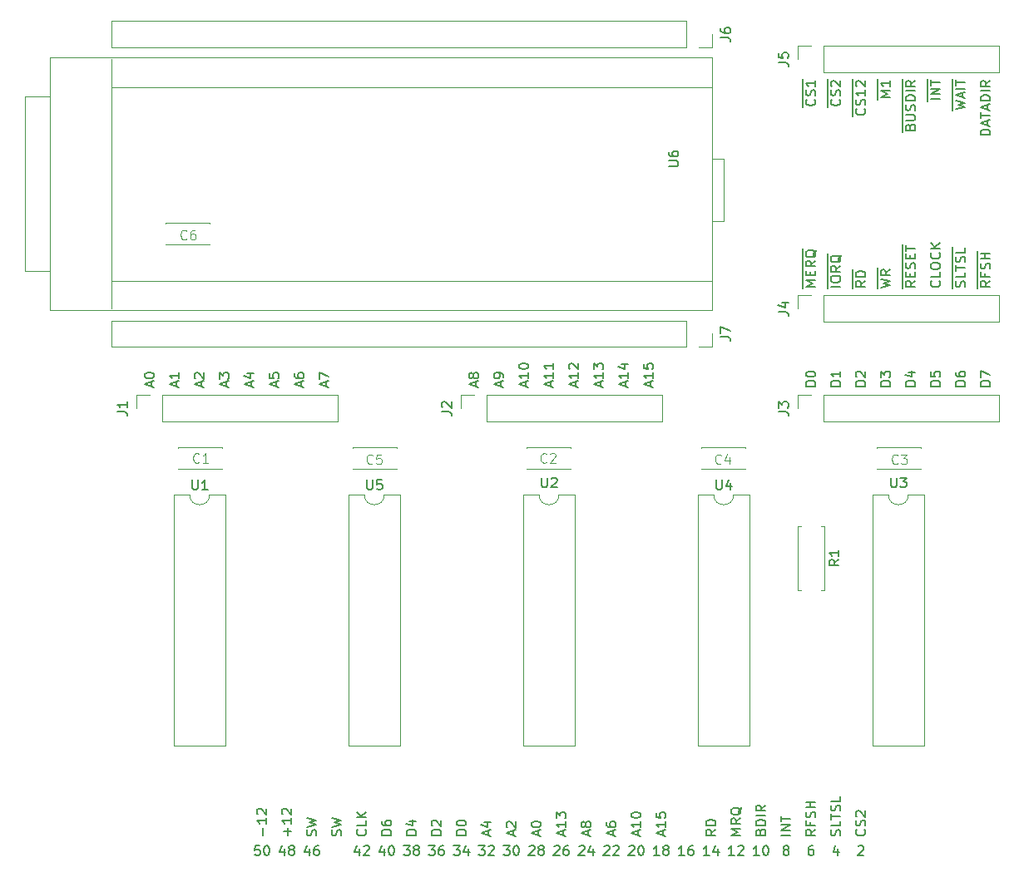
<source format=gto>
G04 #@! TF.GenerationSoftware,KiCad,Pcbnew,(6.0.9)*
G04 #@! TF.CreationDate,2023-03-08T22:08:06+01:00*
G04 #@! TF.ProjectId,03_Cartucho_MSX_Tang_Nano_9k_Breakout,30335f43-6172-4747-9563-686f5f4d5358,rev?*
G04 #@! TF.SameCoordinates,Original*
G04 #@! TF.FileFunction,Legend,Top*
G04 #@! TF.FilePolarity,Positive*
%FSLAX46Y46*%
G04 Gerber Fmt 4.6, Leading zero omitted, Abs format (unit mm)*
G04 Created by KiCad (PCBNEW (6.0.9)) date 2023-03-08 22:08:06*
%MOMM*%
%LPD*%
G01*
G04 APERTURE LIST*
%ADD10C,0.150000*%
%ADD11C,0.096520*%
%ADD12C,0.120000*%
%ADD13C,0.100000*%
%ADD14R,1.700000X1.700000*%
%ADD15O,1.700000X1.700000*%
%ADD16C,1.600000*%
%ADD17R,1.600000X1.600000*%
%ADD18O,1.600000X1.600000*%
%ADD19R,1.270000X7.620000*%
%ADD20R,1.600000X2.400000*%
%ADD21O,1.600000X2.400000*%
G04 APERTURE END LIST*
D10*
X142597142Y-131807976D02*
X142644761Y-131855595D01*
X142692380Y-131998452D01*
X142692380Y-132093690D01*
X142644761Y-132236547D01*
X142549523Y-132331785D01*
X142454285Y-132379404D01*
X142263809Y-132427023D01*
X142120952Y-132427023D01*
X141930476Y-132379404D01*
X141835238Y-132331785D01*
X141740000Y-132236547D01*
X141692380Y-132093690D01*
X141692380Y-131998452D01*
X141740000Y-131855595D01*
X141787619Y-131807976D01*
X142644761Y-131427023D02*
X142692380Y-131284166D01*
X142692380Y-131046071D01*
X142644761Y-130950833D01*
X142597142Y-130903214D01*
X142501904Y-130855595D01*
X142406666Y-130855595D01*
X142311428Y-130903214D01*
X142263809Y-130950833D01*
X142216190Y-131046071D01*
X142168571Y-131236547D01*
X142120952Y-131331785D01*
X142073333Y-131379404D01*
X141978095Y-131427023D01*
X141882857Y-131427023D01*
X141787619Y-131379404D01*
X141740000Y-131331785D01*
X141692380Y-131236547D01*
X141692380Y-130998452D01*
X141740000Y-130855595D01*
X141787619Y-130474642D02*
X141740000Y-130427023D01*
X141692380Y-130331785D01*
X141692380Y-130093690D01*
X141740000Y-129998452D01*
X141787619Y-129950833D01*
X141882857Y-129903214D01*
X141978095Y-129903214D01*
X142120952Y-129950833D01*
X142692380Y-130522261D01*
X142692380Y-129903214D01*
X140104761Y-132427023D02*
X140152380Y-132284166D01*
X140152380Y-132046071D01*
X140104761Y-131950833D01*
X140057142Y-131903214D01*
X139961904Y-131855595D01*
X139866666Y-131855595D01*
X139771428Y-131903214D01*
X139723809Y-131950833D01*
X139676190Y-132046071D01*
X139628571Y-132236547D01*
X139580952Y-132331785D01*
X139533333Y-132379404D01*
X139438095Y-132427023D01*
X139342857Y-132427023D01*
X139247619Y-132379404D01*
X139200000Y-132331785D01*
X139152380Y-132236547D01*
X139152380Y-131998452D01*
X139200000Y-131855595D01*
X140152380Y-130950833D02*
X140152380Y-131427023D01*
X139152380Y-131427023D01*
X139152380Y-130760357D02*
X139152380Y-130188928D01*
X140152380Y-130474642D02*
X139152380Y-130474642D01*
X140104761Y-129903214D02*
X140152380Y-129760357D01*
X140152380Y-129522261D01*
X140104761Y-129427023D01*
X140057142Y-129379404D01*
X139961904Y-129331785D01*
X139866666Y-129331785D01*
X139771428Y-129379404D01*
X139723809Y-129427023D01*
X139676190Y-129522261D01*
X139628571Y-129712738D01*
X139580952Y-129807976D01*
X139533333Y-129855595D01*
X139438095Y-129903214D01*
X139342857Y-129903214D01*
X139247619Y-129855595D01*
X139200000Y-129807976D01*
X139152380Y-129712738D01*
X139152380Y-129474642D01*
X139200000Y-129331785D01*
X140152380Y-128427023D02*
X140152380Y-128903214D01*
X139152380Y-128903214D01*
X137612380Y-131807976D02*
X137136190Y-132141309D01*
X137612380Y-132379404D02*
X136612380Y-132379404D01*
X136612380Y-131998452D01*
X136660000Y-131903214D01*
X136707619Y-131855595D01*
X136802857Y-131807976D01*
X136945714Y-131807976D01*
X137040952Y-131855595D01*
X137088571Y-131903214D01*
X137136190Y-131998452D01*
X137136190Y-132379404D01*
X137088571Y-131046071D02*
X137088571Y-131379404D01*
X137612380Y-131379404D02*
X136612380Y-131379404D01*
X136612380Y-130903214D01*
X137564761Y-130569880D02*
X137612380Y-130427023D01*
X137612380Y-130188928D01*
X137564761Y-130093690D01*
X137517142Y-130046071D01*
X137421904Y-129998452D01*
X137326666Y-129998452D01*
X137231428Y-130046071D01*
X137183809Y-130093690D01*
X137136190Y-130188928D01*
X137088571Y-130379404D01*
X137040952Y-130474642D01*
X136993333Y-130522261D01*
X136898095Y-130569880D01*
X136802857Y-130569880D01*
X136707619Y-130522261D01*
X136660000Y-130474642D01*
X136612380Y-130379404D01*
X136612380Y-130141309D01*
X136660000Y-129998452D01*
X137612380Y-129569880D02*
X136612380Y-129569880D01*
X137088571Y-129569880D02*
X137088571Y-128998452D01*
X137612380Y-128998452D02*
X136612380Y-128998452D01*
X135072380Y-132379404D02*
X134072380Y-132379404D01*
X135072380Y-131903214D02*
X134072380Y-131903214D01*
X135072380Y-131331785D01*
X134072380Y-131331785D01*
X134072380Y-130998452D02*
X134072380Y-130427023D01*
X135072380Y-130712738D02*
X134072380Y-130712738D01*
X132008571Y-132046071D02*
X132056190Y-131903214D01*
X132103809Y-131855595D01*
X132199047Y-131807976D01*
X132341904Y-131807976D01*
X132437142Y-131855595D01*
X132484761Y-131903214D01*
X132532380Y-131998452D01*
X132532380Y-132379404D01*
X131532380Y-132379404D01*
X131532380Y-132046071D01*
X131580000Y-131950833D01*
X131627619Y-131903214D01*
X131722857Y-131855595D01*
X131818095Y-131855595D01*
X131913333Y-131903214D01*
X131960952Y-131950833D01*
X132008571Y-132046071D01*
X132008571Y-132379404D01*
X132532380Y-131379404D02*
X131532380Y-131379404D01*
X131532380Y-131141309D01*
X131580000Y-130998452D01*
X131675238Y-130903214D01*
X131770476Y-130855595D01*
X131960952Y-130807976D01*
X132103809Y-130807976D01*
X132294285Y-130855595D01*
X132389523Y-130903214D01*
X132484761Y-130998452D01*
X132532380Y-131141309D01*
X132532380Y-131379404D01*
X132532380Y-130379404D02*
X131532380Y-130379404D01*
X132532380Y-129331785D02*
X132056190Y-129665119D01*
X132532380Y-129903214D02*
X131532380Y-129903214D01*
X131532380Y-129522261D01*
X131580000Y-129427023D01*
X131627619Y-129379404D01*
X131722857Y-129331785D01*
X131865714Y-129331785D01*
X131960952Y-129379404D01*
X132008571Y-129427023D01*
X132056190Y-129522261D01*
X132056190Y-129903214D01*
X129992380Y-132379404D02*
X128992380Y-132379404D01*
X129706666Y-132046071D01*
X128992380Y-131712738D01*
X129992380Y-131712738D01*
X129992380Y-130665119D02*
X129516190Y-130998452D01*
X129992380Y-131236547D02*
X128992380Y-131236547D01*
X128992380Y-130855595D01*
X129040000Y-130760357D01*
X129087619Y-130712738D01*
X129182857Y-130665119D01*
X129325714Y-130665119D01*
X129420952Y-130712738D01*
X129468571Y-130760357D01*
X129516190Y-130855595D01*
X129516190Y-131236547D01*
X130087619Y-129569880D02*
X130040000Y-129665119D01*
X129944761Y-129760357D01*
X129801904Y-129903214D01*
X129754285Y-129998452D01*
X129754285Y-130093690D01*
X129992380Y-130046071D02*
X129944761Y-130141309D01*
X129849523Y-130236547D01*
X129659047Y-130284166D01*
X129325714Y-130284166D01*
X129135238Y-130236547D01*
X129040000Y-130141309D01*
X128992380Y-130046071D01*
X128992380Y-129855595D01*
X129040000Y-129760357D01*
X129135238Y-129665119D01*
X129325714Y-129617500D01*
X129659047Y-129617500D01*
X129849523Y-129665119D01*
X129944761Y-129760357D01*
X129992380Y-129855595D01*
X129992380Y-130046071D01*
X127452380Y-131807976D02*
X126976190Y-132141309D01*
X127452380Y-132379404D02*
X126452380Y-132379404D01*
X126452380Y-131998452D01*
X126500000Y-131903214D01*
X126547619Y-131855595D01*
X126642857Y-131807976D01*
X126785714Y-131807976D01*
X126880952Y-131855595D01*
X126928571Y-131903214D01*
X126976190Y-131998452D01*
X126976190Y-132379404D01*
X127452380Y-131379404D02*
X126452380Y-131379404D01*
X126452380Y-131141309D01*
X126500000Y-130998452D01*
X126595238Y-130903214D01*
X126690476Y-130855595D01*
X126880952Y-130807976D01*
X127023809Y-130807976D01*
X127214285Y-130855595D01*
X127309523Y-130903214D01*
X127404761Y-130998452D01*
X127452380Y-131141309D01*
X127452380Y-131379404D01*
X122086666Y-132427023D02*
X122086666Y-131950833D01*
X122372380Y-132522261D02*
X121372380Y-132188928D01*
X122372380Y-131855595D01*
X122372380Y-130998452D02*
X122372380Y-131569880D01*
X122372380Y-131284166D02*
X121372380Y-131284166D01*
X121515238Y-131379404D01*
X121610476Y-131474642D01*
X121658095Y-131569880D01*
X121372380Y-130093690D02*
X121372380Y-130569880D01*
X121848571Y-130617500D01*
X121800952Y-130569880D01*
X121753333Y-130474642D01*
X121753333Y-130236547D01*
X121800952Y-130141309D01*
X121848571Y-130093690D01*
X121943809Y-130046071D01*
X122181904Y-130046071D01*
X122277142Y-130093690D01*
X122324761Y-130141309D01*
X122372380Y-130236547D01*
X122372380Y-130474642D01*
X122324761Y-130569880D01*
X122277142Y-130617500D01*
X119546666Y-132427023D02*
X119546666Y-131950833D01*
X119832380Y-132522261D02*
X118832380Y-132188928D01*
X119832380Y-131855595D01*
X119832380Y-130998452D02*
X119832380Y-131569880D01*
X119832380Y-131284166D02*
X118832380Y-131284166D01*
X118975238Y-131379404D01*
X119070476Y-131474642D01*
X119118095Y-131569880D01*
X118832380Y-130379404D02*
X118832380Y-130284166D01*
X118880000Y-130188928D01*
X118927619Y-130141309D01*
X119022857Y-130093690D01*
X119213333Y-130046071D01*
X119451428Y-130046071D01*
X119641904Y-130093690D01*
X119737142Y-130141309D01*
X119784761Y-130188928D01*
X119832380Y-130284166D01*
X119832380Y-130379404D01*
X119784761Y-130474642D01*
X119737142Y-130522261D01*
X119641904Y-130569880D01*
X119451428Y-130617500D01*
X119213333Y-130617500D01*
X119022857Y-130569880D01*
X118927619Y-130522261D01*
X118880000Y-130474642D01*
X118832380Y-130379404D01*
X117006666Y-132427023D02*
X117006666Y-131950833D01*
X117292380Y-132522261D02*
X116292380Y-132188928D01*
X117292380Y-131855595D01*
X116292380Y-131093690D02*
X116292380Y-131284166D01*
X116340000Y-131379404D01*
X116387619Y-131427023D01*
X116530476Y-131522261D01*
X116720952Y-131569880D01*
X117101904Y-131569880D01*
X117197142Y-131522261D01*
X117244761Y-131474642D01*
X117292380Y-131379404D01*
X117292380Y-131188928D01*
X117244761Y-131093690D01*
X117197142Y-131046071D01*
X117101904Y-130998452D01*
X116863809Y-130998452D01*
X116768571Y-131046071D01*
X116720952Y-131093690D01*
X116673333Y-131188928D01*
X116673333Y-131379404D01*
X116720952Y-131474642D01*
X116768571Y-131522261D01*
X116863809Y-131569880D01*
X114466666Y-132427023D02*
X114466666Y-131950833D01*
X114752380Y-132522261D02*
X113752380Y-132188928D01*
X114752380Y-131855595D01*
X114180952Y-131379404D02*
X114133333Y-131474642D01*
X114085714Y-131522261D01*
X113990476Y-131569880D01*
X113942857Y-131569880D01*
X113847619Y-131522261D01*
X113800000Y-131474642D01*
X113752380Y-131379404D01*
X113752380Y-131188928D01*
X113800000Y-131093690D01*
X113847619Y-131046071D01*
X113942857Y-130998452D01*
X113990476Y-130998452D01*
X114085714Y-131046071D01*
X114133333Y-131093690D01*
X114180952Y-131188928D01*
X114180952Y-131379404D01*
X114228571Y-131474642D01*
X114276190Y-131522261D01*
X114371428Y-131569880D01*
X114561904Y-131569880D01*
X114657142Y-131522261D01*
X114704761Y-131474642D01*
X114752380Y-131379404D01*
X114752380Y-131188928D01*
X114704761Y-131093690D01*
X114657142Y-131046071D01*
X114561904Y-130998452D01*
X114371428Y-130998452D01*
X114276190Y-131046071D01*
X114228571Y-131093690D01*
X114180952Y-131188928D01*
X111926666Y-132427023D02*
X111926666Y-131950833D01*
X112212380Y-132522261D02*
X111212380Y-132188928D01*
X112212380Y-131855595D01*
X112212380Y-130998452D02*
X112212380Y-131569880D01*
X112212380Y-131284166D02*
X111212380Y-131284166D01*
X111355238Y-131379404D01*
X111450476Y-131474642D01*
X111498095Y-131569880D01*
X111212380Y-130665119D02*
X111212380Y-130046071D01*
X111593333Y-130379404D01*
X111593333Y-130236547D01*
X111640952Y-130141309D01*
X111688571Y-130093690D01*
X111783809Y-130046071D01*
X112021904Y-130046071D01*
X112117142Y-130093690D01*
X112164761Y-130141309D01*
X112212380Y-130236547D01*
X112212380Y-130522261D01*
X112164761Y-130617500D01*
X112117142Y-130665119D01*
X109386666Y-132427023D02*
X109386666Y-131950833D01*
X109672380Y-132522261D02*
X108672380Y-132188928D01*
X109672380Y-131855595D01*
X108672380Y-131331785D02*
X108672380Y-131236547D01*
X108720000Y-131141309D01*
X108767619Y-131093690D01*
X108862857Y-131046071D01*
X109053333Y-130998452D01*
X109291428Y-130998452D01*
X109481904Y-131046071D01*
X109577142Y-131093690D01*
X109624761Y-131141309D01*
X109672380Y-131236547D01*
X109672380Y-131331785D01*
X109624761Y-131427023D01*
X109577142Y-131474642D01*
X109481904Y-131522261D01*
X109291428Y-131569880D01*
X109053333Y-131569880D01*
X108862857Y-131522261D01*
X108767619Y-131474642D01*
X108720000Y-131427023D01*
X108672380Y-131331785D01*
X106846666Y-132427023D02*
X106846666Y-131950833D01*
X107132380Y-132522261D02*
X106132380Y-132188928D01*
X107132380Y-131855595D01*
X106227619Y-131569880D02*
X106180000Y-131522261D01*
X106132380Y-131427023D01*
X106132380Y-131188928D01*
X106180000Y-131093690D01*
X106227619Y-131046071D01*
X106322857Y-130998452D01*
X106418095Y-130998452D01*
X106560952Y-131046071D01*
X107132380Y-131617500D01*
X107132380Y-130998452D01*
X104306666Y-132427023D02*
X104306666Y-131950833D01*
X104592380Y-132522261D02*
X103592380Y-132188928D01*
X104592380Y-131855595D01*
X103925714Y-131093690D02*
X104592380Y-131093690D01*
X103544761Y-131331785D02*
X104259047Y-131569880D01*
X104259047Y-130950833D01*
X102052380Y-132379404D02*
X101052380Y-132379404D01*
X101052380Y-132141309D01*
X101100000Y-131998452D01*
X101195238Y-131903214D01*
X101290476Y-131855595D01*
X101480952Y-131807976D01*
X101623809Y-131807976D01*
X101814285Y-131855595D01*
X101909523Y-131903214D01*
X102004761Y-131998452D01*
X102052380Y-132141309D01*
X102052380Y-132379404D01*
X101052380Y-131188928D02*
X101052380Y-131093690D01*
X101100000Y-130998452D01*
X101147619Y-130950833D01*
X101242857Y-130903214D01*
X101433333Y-130855595D01*
X101671428Y-130855595D01*
X101861904Y-130903214D01*
X101957142Y-130950833D01*
X102004761Y-130998452D01*
X102052380Y-131093690D01*
X102052380Y-131188928D01*
X102004761Y-131284166D01*
X101957142Y-131331785D01*
X101861904Y-131379404D01*
X101671428Y-131427023D01*
X101433333Y-131427023D01*
X101242857Y-131379404D01*
X101147619Y-131331785D01*
X101100000Y-131284166D01*
X101052380Y-131188928D01*
X99512380Y-132379404D02*
X98512380Y-132379404D01*
X98512380Y-132141309D01*
X98560000Y-131998452D01*
X98655238Y-131903214D01*
X98750476Y-131855595D01*
X98940952Y-131807976D01*
X99083809Y-131807976D01*
X99274285Y-131855595D01*
X99369523Y-131903214D01*
X99464761Y-131998452D01*
X99512380Y-132141309D01*
X99512380Y-132379404D01*
X98607619Y-131427023D02*
X98560000Y-131379404D01*
X98512380Y-131284166D01*
X98512380Y-131046071D01*
X98560000Y-130950833D01*
X98607619Y-130903214D01*
X98702857Y-130855595D01*
X98798095Y-130855595D01*
X98940952Y-130903214D01*
X99512380Y-131474642D01*
X99512380Y-130855595D01*
X96972380Y-132379404D02*
X95972380Y-132379404D01*
X95972380Y-132141309D01*
X96020000Y-131998452D01*
X96115238Y-131903214D01*
X96210476Y-131855595D01*
X96400952Y-131807976D01*
X96543809Y-131807976D01*
X96734285Y-131855595D01*
X96829523Y-131903214D01*
X96924761Y-131998452D01*
X96972380Y-132141309D01*
X96972380Y-132379404D01*
X96305714Y-130950833D02*
X96972380Y-130950833D01*
X95924761Y-131188928D02*
X96639047Y-131427023D01*
X96639047Y-130807976D01*
X94432380Y-132379404D02*
X93432380Y-132379404D01*
X93432380Y-132141309D01*
X93480000Y-131998452D01*
X93575238Y-131903214D01*
X93670476Y-131855595D01*
X93860952Y-131807976D01*
X94003809Y-131807976D01*
X94194285Y-131855595D01*
X94289523Y-131903214D01*
X94384761Y-131998452D01*
X94432380Y-132141309D01*
X94432380Y-132379404D01*
X93432380Y-130950833D02*
X93432380Y-131141309D01*
X93480000Y-131236547D01*
X93527619Y-131284166D01*
X93670476Y-131379404D01*
X93860952Y-131427023D01*
X94241904Y-131427023D01*
X94337142Y-131379404D01*
X94384761Y-131331785D01*
X94432380Y-131236547D01*
X94432380Y-131046071D01*
X94384761Y-130950833D01*
X94337142Y-130903214D01*
X94241904Y-130855595D01*
X94003809Y-130855595D01*
X93908571Y-130903214D01*
X93860952Y-130950833D01*
X93813333Y-131046071D01*
X93813333Y-131236547D01*
X93860952Y-131331785D01*
X93908571Y-131379404D01*
X94003809Y-131427023D01*
X91797142Y-131807976D02*
X91844761Y-131855595D01*
X91892380Y-131998452D01*
X91892380Y-132093690D01*
X91844761Y-132236547D01*
X91749523Y-132331785D01*
X91654285Y-132379404D01*
X91463809Y-132427023D01*
X91320952Y-132427023D01*
X91130476Y-132379404D01*
X91035238Y-132331785D01*
X90940000Y-132236547D01*
X90892380Y-132093690D01*
X90892380Y-131998452D01*
X90940000Y-131855595D01*
X90987619Y-131807976D01*
X91892380Y-130903214D02*
X91892380Y-131379404D01*
X90892380Y-131379404D01*
X91892380Y-130569880D02*
X90892380Y-130569880D01*
X91892380Y-129998452D02*
X91320952Y-130427023D01*
X90892380Y-129998452D02*
X91463809Y-130569880D01*
X89304761Y-132427023D02*
X89352380Y-132284166D01*
X89352380Y-132046071D01*
X89304761Y-131950833D01*
X89257142Y-131903214D01*
X89161904Y-131855595D01*
X89066666Y-131855595D01*
X88971428Y-131903214D01*
X88923809Y-131950833D01*
X88876190Y-132046071D01*
X88828571Y-132236547D01*
X88780952Y-132331785D01*
X88733333Y-132379404D01*
X88638095Y-132427023D01*
X88542857Y-132427023D01*
X88447619Y-132379404D01*
X88400000Y-132331785D01*
X88352380Y-132236547D01*
X88352380Y-131998452D01*
X88400000Y-131855595D01*
X88352380Y-131522261D02*
X89352380Y-131284166D01*
X88638095Y-131093690D01*
X89352380Y-130903214D01*
X88352380Y-130665119D01*
X86764761Y-132427023D02*
X86812380Y-132284166D01*
X86812380Y-132046071D01*
X86764761Y-131950833D01*
X86717142Y-131903214D01*
X86621904Y-131855595D01*
X86526666Y-131855595D01*
X86431428Y-131903214D01*
X86383809Y-131950833D01*
X86336190Y-132046071D01*
X86288571Y-132236547D01*
X86240952Y-132331785D01*
X86193333Y-132379404D01*
X86098095Y-132427023D01*
X86002857Y-132427023D01*
X85907619Y-132379404D01*
X85860000Y-132331785D01*
X85812380Y-132236547D01*
X85812380Y-131998452D01*
X85860000Y-131855595D01*
X85812380Y-131522261D02*
X86812380Y-131284166D01*
X86098095Y-131093690D01*
X86812380Y-130903214D01*
X85812380Y-130665119D01*
X83891428Y-132379404D02*
X83891428Y-131617500D01*
X84272380Y-131998452D02*
X83510476Y-131998452D01*
X84272380Y-130617500D02*
X84272380Y-131188928D01*
X84272380Y-130903214D02*
X83272380Y-130903214D01*
X83415238Y-130998452D01*
X83510476Y-131093690D01*
X83558095Y-131188928D01*
X83367619Y-130236547D02*
X83320000Y-130188928D01*
X83272380Y-130093690D01*
X83272380Y-129855595D01*
X83320000Y-129760357D01*
X83367619Y-129712738D01*
X83462857Y-129665119D01*
X83558095Y-129665119D01*
X83700952Y-129712738D01*
X84272380Y-130284166D01*
X84272380Y-129665119D01*
X81351428Y-132379404D02*
X81351428Y-131617500D01*
X81732380Y-130617500D02*
X81732380Y-131188928D01*
X81732380Y-130903214D02*
X80732380Y-130903214D01*
X80875238Y-130998452D01*
X80970476Y-131093690D01*
X81018095Y-131188928D01*
X80827619Y-130236547D02*
X80780000Y-130188928D01*
X80732380Y-130093690D01*
X80732380Y-129855595D01*
X80780000Y-129760357D01*
X80827619Y-129712738D01*
X80922857Y-129665119D01*
X81018095Y-129665119D01*
X81160952Y-129712738D01*
X81732380Y-130284166D01*
X81732380Y-129665119D01*
X139890476Y-133770714D02*
X139890476Y-134437380D01*
X139652380Y-133389761D02*
X139414285Y-134104047D01*
X140033333Y-134104047D01*
X137350476Y-133437380D02*
X137160000Y-133437380D01*
X137064761Y-133485000D01*
X137017142Y-133532619D01*
X136921904Y-133675476D01*
X136874285Y-133865952D01*
X136874285Y-134246904D01*
X136921904Y-134342142D01*
X136969523Y-134389761D01*
X137064761Y-134437380D01*
X137255238Y-134437380D01*
X137350476Y-134389761D01*
X137398095Y-134342142D01*
X137445714Y-134246904D01*
X137445714Y-134008809D01*
X137398095Y-133913571D01*
X137350476Y-133865952D01*
X137255238Y-133818333D01*
X137064761Y-133818333D01*
X136969523Y-133865952D01*
X136921904Y-133913571D01*
X136874285Y-134008809D01*
X134524761Y-133865952D02*
X134429523Y-133818333D01*
X134381904Y-133770714D01*
X134334285Y-133675476D01*
X134334285Y-133627857D01*
X134381904Y-133532619D01*
X134429523Y-133485000D01*
X134524761Y-133437380D01*
X134715238Y-133437380D01*
X134810476Y-133485000D01*
X134858095Y-133532619D01*
X134905714Y-133627857D01*
X134905714Y-133675476D01*
X134858095Y-133770714D01*
X134810476Y-133818333D01*
X134715238Y-133865952D01*
X134524761Y-133865952D01*
X134429523Y-133913571D01*
X134381904Y-133961190D01*
X134334285Y-134056428D01*
X134334285Y-134246904D01*
X134381904Y-134342142D01*
X134429523Y-134389761D01*
X134524761Y-134437380D01*
X134715238Y-134437380D01*
X134810476Y-134389761D01*
X134858095Y-134342142D01*
X134905714Y-134246904D01*
X134905714Y-134056428D01*
X134858095Y-133961190D01*
X134810476Y-133913571D01*
X134715238Y-133865952D01*
X131889523Y-134437380D02*
X131318095Y-134437380D01*
X131603809Y-134437380D02*
X131603809Y-133437380D01*
X131508571Y-133580238D01*
X131413333Y-133675476D01*
X131318095Y-133723095D01*
X132508571Y-133437380D02*
X132603809Y-133437380D01*
X132699047Y-133485000D01*
X132746666Y-133532619D01*
X132794285Y-133627857D01*
X132841904Y-133818333D01*
X132841904Y-134056428D01*
X132794285Y-134246904D01*
X132746666Y-134342142D01*
X132699047Y-134389761D01*
X132603809Y-134437380D01*
X132508571Y-134437380D01*
X132413333Y-134389761D01*
X132365714Y-134342142D01*
X132318095Y-134246904D01*
X132270476Y-134056428D01*
X132270476Y-133818333D01*
X132318095Y-133627857D01*
X132365714Y-133532619D01*
X132413333Y-133485000D01*
X132508571Y-133437380D01*
X129349523Y-134437380D02*
X128778095Y-134437380D01*
X129063809Y-134437380D02*
X129063809Y-133437380D01*
X128968571Y-133580238D01*
X128873333Y-133675476D01*
X128778095Y-133723095D01*
X129730476Y-133532619D02*
X129778095Y-133485000D01*
X129873333Y-133437380D01*
X130111428Y-133437380D01*
X130206666Y-133485000D01*
X130254285Y-133532619D01*
X130301904Y-133627857D01*
X130301904Y-133723095D01*
X130254285Y-133865952D01*
X129682857Y-134437380D01*
X130301904Y-134437380D01*
X126809523Y-134437380D02*
X126238095Y-134437380D01*
X126523809Y-134437380D02*
X126523809Y-133437380D01*
X126428571Y-133580238D01*
X126333333Y-133675476D01*
X126238095Y-133723095D01*
X127666666Y-133770714D02*
X127666666Y-134437380D01*
X127428571Y-133389761D02*
X127190476Y-134104047D01*
X127809523Y-134104047D01*
X124269523Y-134437380D02*
X123698095Y-134437380D01*
X123983809Y-134437380D02*
X123983809Y-133437380D01*
X123888571Y-133580238D01*
X123793333Y-133675476D01*
X123698095Y-133723095D01*
X125126666Y-133437380D02*
X124936190Y-133437380D01*
X124840952Y-133485000D01*
X124793333Y-133532619D01*
X124698095Y-133675476D01*
X124650476Y-133865952D01*
X124650476Y-134246904D01*
X124698095Y-134342142D01*
X124745714Y-134389761D01*
X124840952Y-134437380D01*
X125031428Y-134437380D01*
X125126666Y-134389761D01*
X125174285Y-134342142D01*
X125221904Y-134246904D01*
X125221904Y-134008809D01*
X125174285Y-133913571D01*
X125126666Y-133865952D01*
X125031428Y-133818333D01*
X124840952Y-133818333D01*
X124745714Y-133865952D01*
X124698095Y-133913571D01*
X124650476Y-134008809D01*
X121729523Y-134437380D02*
X121158095Y-134437380D01*
X121443809Y-134437380D02*
X121443809Y-133437380D01*
X121348571Y-133580238D01*
X121253333Y-133675476D01*
X121158095Y-133723095D01*
X122300952Y-133865952D02*
X122205714Y-133818333D01*
X122158095Y-133770714D01*
X122110476Y-133675476D01*
X122110476Y-133627857D01*
X122158095Y-133532619D01*
X122205714Y-133485000D01*
X122300952Y-133437380D01*
X122491428Y-133437380D01*
X122586666Y-133485000D01*
X122634285Y-133532619D01*
X122681904Y-133627857D01*
X122681904Y-133675476D01*
X122634285Y-133770714D01*
X122586666Y-133818333D01*
X122491428Y-133865952D01*
X122300952Y-133865952D01*
X122205714Y-133913571D01*
X122158095Y-133961190D01*
X122110476Y-134056428D01*
X122110476Y-134246904D01*
X122158095Y-134342142D01*
X122205714Y-134389761D01*
X122300952Y-134437380D01*
X122491428Y-134437380D01*
X122586666Y-134389761D01*
X122634285Y-134342142D01*
X122681904Y-134246904D01*
X122681904Y-134056428D01*
X122634285Y-133961190D01*
X122586666Y-133913571D01*
X122491428Y-133865952D01*
X118618095Y-133532619D02*
X118665714Y-133485000D01*
X118760952Y-133437380D01*
X118999047Y-133437380D01*
X119094285Y-133485000D01*
X119141904Y-133532619D01*
X119189523Y-133627857D01*
X119189523Y-133723095D01*
X119141904Y-133865952D01*
X118570476Y-134437380D01*
X119189523Y-134437380D01*
X119808571Y-133437380D02*
X119903809Y-133437380D01*
X119999047Y-133485000D01*
X120046666Y-133532619D01*
X120094285Y-133627857D01*
X120141904Y-133818333D01*
X120141904Y-134056428D01*
X120094285Y-134246904D01*
X120046666Y-134342142D01*
X119999047Y-134389761D01*
X119903809Y-134437380D01*
X119808571Y-134437380D01*
X119713333Y-134389761D01*
X119665714Y-134342142D01*
X119618095Y-134246904D01*
X119570476Y-134056428D01*
X119570476Y-133818333D01*
X119618095Y-133627857D01*
X119665714Y-133532619D01*
X119713333Y-133485000D01*
X119808571Y-133437380D01*
X116078095Y-133532619D02*
X116125714Y-133485000D01*
X116220952Y-133437380D01*
X116459047Y-133437380D01*
X116554285Y-133485000D01*
X116601904Y-133532619D01*
X116649523Y-133627857D01*
X116649523Y-133723095D01*
X116601904Y-133865952D01*
X116030476Y-134437380D01*
X116649523Y-134437380D01*
X117030476Y-133532619D02*
X117078095Y-133485000D01*
X117173333Y-133437380D01*
X117411428Y-133437380D01*
X117506666Y-133485000D01*
X117554285Y-133532619D01*
X117601904Y-133627857D01*
X117601904Y-133723095D01*
X117554285Y-133865952D01*
X116982857Y-134437380D01*
X117601904Y-134437380D01*
X113538095Y-133532619D02*
X113585714Y-133485000D01*
X113680952Y-133437380D01*
X113919047Y-133437380D01*
X114014285Y-133485000D01*
X114061904Y-133532619D01*
X114109523Y-133627857D01*
X114109523Y-133723095D01*
X114061904Y-133865952D01*
X113490476Y-134437380D01*
X114109523Y-134437380D01*
X114966666Y-133770714D02*
X114966666Y-134437380D01*
X114728571Y-133389761D02*
X114490476Y-134104047D01*
X115109523Y-134104047D01*
X110998095Y-133532619D02*
X111045714Y-133485000D01*
X111140952Y-133437380D01*
X111379047Y-133437380D01*
X111474285Y-133485000D01*
X111521904Y-133532619D01*
X111569523Y-133627857D01*
X111569523Y-133723095D01*
X111521904Y-133865952D01*
X110950476Y-134437380D01*
X111569523Y-134437380D01*
X112426666Y-133437380D02*
X112236190Y-133437380D01*
X112140952Y-133485000D01*
X112093333Y-133532619D01*
X111998095Y-133675476D01*
X111950476Y-133865952D01*
X111950476Y-134246904D01*
X111998095Y-134342142D01*
X112045714Y-134389761D01*
X112140952Y-134437380D01*
X112331428Y-134437380D01*
X112426666Y-134389761D01*
X112474285Y-134342142D01*
X112521904Y-134246904D01*
X112521904Y-134008809D01*
X112474285Y-133913571D01*
X112426666Y-133865952D01*
X112331428Y-133818333D01*
X112140952Y-133818333D01*
X112045714Y-133865952D01*
X111998095Y-133913571D01*
X111950476Y-134008809D01*
X108458095Y-133532619D02*
X108505714Y-133485000D01*
X108600952Y-133437380D01*
X108839047Y-133437380D01*
X108934285Y-133485000D01*
X108981904Y-133532619D01*
X109029523Y-133627857D01*
X109029523Y-133723095D01*
X108981904Y-133865952D01*
X108410476Y-134437380D01*
X109029523Y-134437380D01*
X109600952Y-133865952D02*
X109505714Y-133818333D01*
X109458095Y-133770714D01*
X109410476Y-133675476D01*
X109410476Y-133627857D01*
X109458095Y-133532619D01*
X109505714Y-133485000D01*
X109600952Y-133437380D01*
X109791428Y-133437380D01*
X109886666Y-133485000D01*
X109934285Y-133532619D01*
X109981904Y-133627857D01*
X109981904Y-133675476D01*
X109934285Y-133770714D01*
X109886666Y-133818333D01*
X109791428Y-133865952D01*
X109600952Y-133865952D01*
X109505714Y-133913571D01*
X109458095Y-133961190D01*
X109410476Y-134056428D01*
X109410476Y-134246904D01*
X109458095Y-134342142D01*
X109505714Y-134389761D01*
X109600952Y-134437380D01*
X109791428Y-134437380D01*
X109886666Y-134389761D01*
X109934285Y-134342142D01*
X109981904Y-134246904D01*
X109981904Y-134056428D01*
X109934285Y-133961190D01*
X109886666Y-133913571D01*
X109791428Y-133865952D01*
X105870476Y-133437380D02*
X106489523Y-133437380D01*
X106156190Y-133818333D01*
X106299047Y-133818333D01*
X106394285Y-133865952D01*
X106441904Y-133913571D01*
X106489523Y-134008809D01*
X106489523Y-134246904D01*
X106441904Y-134342142D01*
X106394285Y-134389761D01*
X106299047Y-134437380D01*
X106013333Y-134437380D01*
X105918095Y-134389761D01*
X105870476Y-134342142D01*
X107108571Y-133437380D02*
X107203809Y-133437380D01*
X107299047Y-133485000D01*
X107346666Y-133532619D01*
X107394285Y-133627857D01*
X107441904Y-133818333D01*
X107441904Y-134056428D01*
X107394285Y-134246904D01*
X107346666Y-134342142D01*
X107299047Y-134389761D01*
X107203809Y-134437380D01*
X107108571Y-134437380D01*
X107013333Y-134389761D01*
X106965714Y-134342142D01*
X106918095Y-134246904D01*
X106870476Y-134056428D01*
X106870476Y-133818333D01*
X106918095Y-133627857D01*
X106965714Y-133532619D01*
X107013333Y-133485000D01*
X107108571Y-133437380D01*
X103330476Y-133437380D02*
X103949523Y-133437380D01*
X103616190Y-133818333D01*
X103759047Y-133818333D01*
X103854285Y-133865952D01*
X103901904Y-133913571D01*
X103949523Y-134008809D01*
X103949523Y-134246904D01*
X103901904Y-134342142D01*
X103854285Y-134389761D01*
X103759047Y-134437380D01*
X103473333Y-134437380D01*
X103378095Y-134389761D01*
X103330476Y-134342142D01*
X104330476Y-133532619D02*
X104378095Y-133485000D01*
X104473333Y-133437380D01*
X104711428Y-133437380D01*
X104806666Y-133485000D01*
X104854285Y-133532619D01*
X104901904Y-133627857D01*
X104901904Y-133723095D01*
X104854285Y-133865952D01*
X104282857Y-134437380D01*
X104901904Y-134437380D01*
X100790476Y-133437380D02*
X101409523Y-133437380D01*
X101076190Y-133818333D01*
X101219047Y-133818333D01*
X101314285Y-133865952D01*
X101361904Y-133913571D01*
X101409523Y-134008809D01*
X101409523Y-134246904D01*
X101361904Y-134342142D01*
X101314285Y-134389761D01*
X101219047Y-134437380D01*
X100933333Y-134437380D01*
X100838095Y-134389761D01*
X100790476Y-134342142D01*
X102266666Y-133770714D02*
X102266666Y-134437380D01*
X102028571Y-133389761D02*
X101790476Y-134104047D01*
X102409523Y-134104047D01*
X98250476Y-133437380D02*
X98869523Y-133437380D01*
X98536190Y-133818333D01*
X98679047Y-133818333D01*
X98774285Y-133865952D01*
X98821904Y-133913571D01*
X98869523Y-134008809D01*
X98869523Y-134246904D01*
X98821904Y-134342142D01*
X98774285Y-134389761D01*
X98679047Y-134437380D01*
X98393333Y-134437380D01*
X98298095Y-134389761D01*
X98250476Y-134342142D01*
X99726666Y-133437380D02*
X99536190Y-133437380D01*
X99440952Y-133485000D01*
X99393333Y-133532619D01*
X99298095Y-133675476D01*
X99250476Y-133865952D01*
X99250476Y-134246904D01*
X99298095Y-134342142D01*
X99345714Y-134389761D01*
X99440952Y-134437380D01*
X99631428Y-134437380D01*
X99726666Y-134389761D01*
X99774285Y-134342142D01*
X99821904Y-134246904D01*
X99821904Y-134008809D01*
X99774285Y-133913571D01*
X99726666Y-133865952D01*
X99631428Y-133818333D01*
X99440952Y-133818333D01*
X99345714Y-133865952D01*
X99298095Y-133913571D01*
X99250476Y-134008809D01*
X95710476Y-133437380D02*
X96329523Y-133437380D01*
X95996190Y-133818333D01*
X96139047Y-133818333D01*
X96234285Y-133865952D01*
X96281904Y-133913571D01*
X96329523Y-134008809D01*
X96329523Y-134246904D01*
X96281904Y-134342142D01*
X96234285Y-134389761D01*
X96139047Y-134437380D01*
X95853333Y-134437380D01*
X95758095Y-134389761D01*
X95710476Y-134342142D01*
X96900952Y-133865952D02*
X96805714Y-133818333D01*
X96758095Y-133770714D01*
X96710476Y-133675476D01*
X96710476Y-133627857D01*
X96758095Y-133532619D01*
X96805714Y-133485000D01*
X96900952Y-133437380D01*
X97091428Y-133437380D01*
X97186666Y-133485000D01*
X97234285Y-133532619D01*
X97281904Y-133627857D01*
X97281904Y-133675476D01*
X97234285Y-133770714D01*
X97186666Y-133818333D01*
X97091428Y-133865952D01*
X96900952Y-133865952D01*
X96805714Y-133913571D01*
X96758095Y-133961190D01*
X96710476Y-134056428D01*
X96710476Y-134246904D01*
X96758095Y-134342142D01*
X96805714Y-134389761D01*
X96900952Y-134437380D01*
X97091428Y-134437380D01*
X97186666Y-134389761D01*
X97234285Y-134342142D01*
X97281904Y-134246904D01*
X97281904Y-134056428D01*
X97234285Y-133961190D01*
X97186666Y-133913571D01*
X97091428Y-133865952D01*
X93694285Y-133770714D02*
X93694285Y-134437380D01*
X93456190Y-133389761D02*
X93218095Y-134104047D01*
X93837142Y-134104047D01*
X94408571Y-133437380D02*
X94503809Y-133437380D01*
X94599047Y-133485000D01*
X94646666Y-133532619D01*
X94694285Y-133627857D01*
X94741904Y-133818333D01*
X94741904Y-134056428D01*
X94694285Y-134246904D01*
X94646666Y-134342142D01*
X94599047Y-134389761D01*
X94503809Y-134437380D01*
X94408571Y-134437380D01*
X94313333Y-134389761D01*
X94265714Y-134342142D01*
X94218095Y-134246904D01*
X94170476Y-134056428D01*
X94170476Y-133818333D01*
X94218095Y-133627857D01*
X94265714Y-133532619D01*
X94313333Y-133485000D01*
X94408571Y-133437380D01*
X91154285Y-133770714D02*
X91154285Y-134437380D01*
X90916190Y-133389761D02*
X90678095Y-134104047D01*
X91297142Y-134104047D01*
X91630476Y-133532619D02*
X91678095Y-133485000D01*
X91773333Y-133437380D01*
X92011428Y-133437380D01*
X92106666Y-133485000D01*
X92154285Y-133532619D01*
X92201904Y-133627857D01*
X92201904Y-133723095D01*
X92154285Y-133865952D01*
X91582857Y-134437380D01*
X92201904Y-134437380D01*
X86074285Y-133770714D02*
X86074285Y-134437380D01*
X85836190Y-133389761D02*
X85598095Y-134104047D01*
X86217142Y-134104047D01*
X87026666Y-133437380D02*
X86836190Y-133437380D01*
X86740952Y-133485000D01*
X86693333Y-133532619D01*
X86598095Y-133675476D01*
X86550476Y-133865952D01*
X86550476Y-134246904D01*
X86598095Y-134342142D01*
X86645714Y-134389761D01*
X86740952Y-134437380D01*
X86931428Y-134437380D01*
X87026666Y-134389761D01*
X87074285Y-134342142D01*
X87121904Y-134246904D01*
X87121904Y-134008809D01*
X87074285Y-133913571D01*
X87026666Y-133865952D01*
X86931428Y-133818333D01*
X86740952Y-133818333D01*
X86645714Y-133865952D01*
X86598095Y-133913571D01*
X86550476Y-134008809D01*
X83534285Y-133770714D02*
X83534285Y-134437380D01*
X83296190Y-133389761D02*
X83058095Y-134104047D01*
X83677142Y-134104047D01*
X84200952Y-133865952D02*
X84105714Y-133818333D01*
X84058095Y-133770714D01*
X84010476Y-133675476D01*
X84010476Y-133627857D01*
X84058095Y-133532619D01*
X84105714Y-133485000D01*
X84200952Y-133437380D01*
X84391428Y-133437380D01*
X84486666Y-133485000D01*
X84534285Y-133532619D01*
X84581904Y-133627857D01*
X84581904Y-133675476D01*
X84534285Y-133770714D01*
X84486666Y-133818333D01*
X84391428Y-133865952D01*
X84200952Y-133865952D01*
X84105714Y-133913571D01*
X84058095Y-133961190D01*
X84010476Y-134056428D01*
X84010476Y-134246904D01*
X84058095Y-134342142D01*
X84105714Y-134389761D01*
X84200952Y-134437380D01*
X84391428Y-134437380D01*
X84486666Y-134389761D01*
X84534285Y-134342142D01*
X84581904Y-134246904D01*
X84581904Y-134056428D01*
X84534285Y-133961190D01*
X84486666Y-133913571D01*
X84391428Y-133865952D01*
X108116666Y-86707023D02*
X108116666Y-86230833D01*
X108402380Y-86802261D02*
X107402380Y-86468928D01*
X108402380Y-86135595D01*
X108402380Y-85278452D02*
X108402380Y-85849880D01*
X108402380Y-85564166D02*
X107402380Y-85564166D01*
X107545238Y-85659404D01*
X107640476Y-85754642D01*
X107688095Y-85849880D01*
X107402380Y-84659404D02*
X107402380Y-84564166D01*
X107450000Y-84468928D01*
X107497619Y-84421309D01*
X107592857Y-84373690D01*
X107783333Y-84326071D01*
X108021428Y-84326071D01*
X108211904Y-84373690D01*
X108307142Y-84421309D01*
X108354761Y-84468928D01*
X108402380Y-84564166D01*
X108402380Y-84659404D01*
X108354761Y-84754642D01*
X108307142Y-84802261D01*
X108211904Y-84849880D01*
X108021428Y-84897500D01*
X107783333Y-84897500D01*
X107592857Y-84849880D01*
X107497619Y-84802261D01*
X107450000Y-84754642D01*
X107402380Y-84659404D01*
X152852380Y-86659404D02*
X151852380Y-86659404D01*
X151852380Y-86421309D01*
X151900000Y-86278452D01*
X151995238Y-86183214D01*
X152090476Y-86135595D01*
X152280952Y-86087976D01*
X152423809Y-86087976D01*
X152614285Y-86135595D01*
X152709523Y-86183214D01*
X152804761Y-86278452D01*
X152852380Y-86421309D01*
X152852380Y-86659404D01*
X151852380Y-85230833D02*
X151852380Y-85421309D01*
X151900000Y-85516547D01*
X151947619Y-85564166D01*
X152090476Y-85659404D01*
X152280952Y-85707023D01*
X152661904Y-85707023D01*
X152757142Y-85659404D01*
X152804761Y-85611785D01*
X152852380Y-85516547D01*
X152852380Y-85326071D01*
X152804761Y-85230833D01*
X152757142Y-85183214D01*
X152661904Y-85135595D01*
X152423809Y-85135595D01*
X152328571Y-85183214D01*
X152280952Y-85230833D01*
X152233333Y-85326071D01*
X152233333Y-85516547D01*
X152280952Y-85611785D01*
X152328571Y-85659404D01*
X152423809Y-85707023D01*
X154110000Y-76737500D02*
X154110000Y-75737500D01*
X155392380Y-75927976D02*
X154916190Y-76261309D01*
X155392380Y-76499404D02*
X154392380Y-76499404D01*
X154392380Y-76118452D01*
X154440000Y-76023214D01*
X154487619Y-75975595D01*
X154582857Y-75927976D01*
X154725714Y-75927976D01*
X154820952Y-75975595D01*
X154868571Y-76023214D01*
X154916190Y-76118452D01*
X154916190Y-76499404D01*
X154110000Y-75737500D02*
X154110000Y-74880357D01*
X154868571Y-75166071D02*
X154868571Y-75499404D01*
X155392380Y-75499404D02*
X154392380Y-75499404D01*
X154392380Y-75023214D01*
X154110000Y-74880357D02*
X154110000Y-73927976D01*
X155344761Y-74689880D02*
X155392380Y-74547023D01*
X155392380Y-74308928D01*
X155344761Y-74213690D01*
X155297142Y-74166071D01*
X155201904Y-74118452D01*
X155106666Y-74118452D01*
X155011428Y-74166071D01*
X154963809Y-74213690D01*
X154916190Y-74308928D01*
X154868571Y-74499404D01*
X154820952Y-74594642D01*
X154773333Y-74642261D01*
X154678095Y-74689880D01*
X154582857Y-74689880D01*
X154487619Y-74642261D01*
X154440000Y-74594642D01*
X154392380Y-74499404D01*
X154392380Y-74261309D01*
X154440000Y-74118452D01*
X154110000Y-73927976D02*
X154110000Y-72880357D01*
X155392380Y-73689880D02*
X154392380Y-73689880D01*
X154868571Y-73689880D02*
X154868571Y-73118452D01*
X155392380Y-73118452D02*
X154392380Y-73118452D01*
X137612380Y-86659404D02*
X136612380Y-86659404D01*
X136612380Y-86421309D01*
X136660000Y-86278452D01*
X136755238Y-86183214D01*
X136850476Y-86135595D01*
X137040952Y-86087976D01*
X137183809Y-86087976D01*
X137374285Y-86135595D01*
X137469523Y-86183214D01*
X137564761Y-86278452D01*
X137612380Y-86421309D01*
X137612380Y-86659404D01*
X136612380Y-85468928D02*
X136612380Y-85373690D01*
X136660000Y-85278452D01*
X136707619Y-85230833D01*
X136802857Y-85183214D01*
X136993333Y-85135595D01*
X137231428Y-85135595D01*
X137421904Y-85183214D01*
X137517142Y-85230833D01*
X137564761Y-85278452D01*
X137612380Y-85373690D01*
X137612380Y-85468928D01*
X137564761Y-85564166D01*
X137517142Y-85611785D01*
X137421904Y-85659404D01*
X137231428Y-85707023D01*
X136993333Y-85707023D01*
X136802857Y-85659404D01*
X136707619Y-85611785D01*
X136660000Y-85564166D01*
X136612380Y-85468928D01*
X140152380Y-86659404D02*
X139152380Y-86659404D01*
X139152380Y-86421309D01*
X139200000Y-86278452D01*
X139295238Y-86183214D01*
X139390476Y-86135595D01*
X139580952Y-86087976D01*
X139723809Y-86087976D01*
X139914285Y-86135595D01*
X140009523Y-86183214D01*
X140104761Y-86278452D01*
X140152380Y-86421309D01*
X140152380Y-86659404D01*
X140152380Y-85135595D02*
X140152380Y-85707023D01*
X140152380Y-85421309D02*
X139152380Y-85421309D01*
X139295238Y-85516547D01*
X139390476Y-85611785D01*
X139438095Y-85707023D01*
X120816666Y-86707023D02*
X120816666Y-86230833D01*
X121102380Y-86802261D02*
X120102380Y-86468928D01*
X121102380Y-86135595D01*
X121102380Y-85278452D02*
X121102380Y-85849880D01*
X121102380Y-85564166D02*
X120102380Y-85564166D01*
X120245238Y-85659404D01*
X120340476Y-85754642D01*
X120388095Y-85849880D01*
X120102380Y-84373690D02*
X120102380Y-84849880D01*
X120578571Y-84897500D01*
X120530952Y-84849880D01*
X120483333Y-84754642D01*
X120483333Y-84516547D01*
X120530952Y-84421309D01*
X120578571Y-84373690D01*
X120673809Y-84326071D01*
X120911904Y-84326071D01*
X121007142Y-84373690D01*
X121054761Y-84421309D01*
X121102380Y-84516547D01*
X121102380Y-84754642D01*
X121054761Y-84849880D01*
X121007142Y-84897500D01*
X155392380Y-61056785D02*
X154392380Y-61056785D01*
X154392380Y-60818690D01*
X154440000Y-60675833D01*
X154535238Y-60580595D01*
X154630476Y-60532976D01*
X154820952Y-60485357D01*
X154963809Y-60485357D01*
X155154285Y-60532976D01*
X155249523Y-60580595D01*
X155344761Y-60675833D01*
X155392380Y-60818690D01*
X155392380Y-61056785D01*
X155106666Y-60104404D02*
X155106666Y-59628214D01*
X155392380Y-60199642D02*
X154392380Y-59866309D01*
X155392380Y-59532976D01*
X154392380Y-59342500D02*
X154392380Y-58771071D01*
X155392380Y-59056785D02*
X154392380Y-59056785D01*
X155106666Y-58485357D02*
X155106666Y-58009166D01*
X155392380Y-58580595D02*
X154392380Y-58247261D01*
X155392380Y-57913928D01*
X155392380Y-57580595D02*
X154392380Y-57580595D01*
X154392380Y-57342500D01*
X154440000Y-57199642D01*
X154535238Y-57104404D01*
X154630476Y-57056785D01*
X154820952Y-57009166D01*
X154963809Y-57009166D01*
X155154285Y-57056785D01*
X155249523Y-57104404D01*
X155344761Y-57199642D01*
X155392380Y-57342500D01*
X155392380Y-57580595D01*
X155392380Y-56580595D02*
X154392380Y-56580595D01*
X155392380Y-55532976D02*
X154916190Y-55866309D01*
X155392380Y-56104404D02*
X154392380Y-56104404D01*
X154392380Y-55723452D01*
X154440000Y-55628214D01*
X154487619Y-55580595D01*
X154582857Y-55532976D01*
X154725714Y-55532976D01*
X154820952Y-55580595D01*
X154868571Y-55628214D01*
X154916190Y-55723452D01*
X154916190Y-56104404D01*
X143950000Y-57437738D02*
X143950000Y-56294880D01*
X145232380Y-57199642D02*
X144232380Y-57199642D01*
X144946666Y-56866309D01*
X144232380Y-56532976D01*
X145232380Y-56532976D01*
X143950000Y-56294880D02*
X143950000Y-55342500D01*
X145232380Y-55532976D02*
X145232380Y-56104404D01*
X145232380Y-55818690D02*
X144232380Y-55818690D01*
X144375238Y-55913928D01*
X144470476Y-56009166D01*
X144518095Y-56104404D01*
X147772380Y-86659404D02*
X146772380Y-86659404D01*
X146772380Y-86421309D01*
X146820000Y-86278452D01*
X146915238Y-86183214D01*
X147010476Y-86135595D01*
X147200952Y-86087976D01*
X147343809Y-86087976D01*
X147534285Y-86135595D01*
X147629523Y-86183214D01*
X147724761Y-86278452D01*
X147772380Y-86421309D01*
X147772380Y-86659404D01*
X147105714Y-85230833D02*
X147772380Y-85230833D01*
X146724761Y-85468928D02*
X147439047Y-85707023D01*
X147439047Y-85087976D01*
X72556666Y-86707023D02*
X72556666Y-86230833D01*
X72842380Y-86802261D02*
X71842380Y-86468928D01*
X72842380Y-86135595D01*
X72842380Y-85278452D02*
X72842380Y-85849880D01*
X72842380Y-85564166D02*
X71842380Y-85564166D01*
X71985238Y-85659404D01*
X72080476Y-85754642D01*
X72128095Y-85849880D01*
X151570000Y-76737500D02*
X151570000Y-75785119D01*
X152804761Y-76547023D02*
X152852380Y-76404166D01*
X152852380Y-76166071D01*
X152804761Y-76070833D01*
X152757142Y-76023214D01*
X152661904Y-75975595D01*
X152566666Y-75975595D01*
X152471428Y-76023214D01*
X152423809Y-76070833D01*
X152376190Y-76166071D01*
X152328571Y-76356547D01*
X152280952Y-76451785D01*
X152233333Y-76499404D01*
X152138095Y-76547023D01*
X152042857Y-76547023D01*
X151947619Y-76499404D01*
X151900000Y-76451785D01*
X151852380Y-76356547D01*
X151852380Y-76118452D01*
X151900000Y-75975595D01*
X151570000Y-75785119D02*
X151570000Y-74975595D01*
X152852380Y-75070833D02*
X152852380Y-75547023D01*
X151852380Y-75547023D01*
X151570000Y-74975595D02*
X151570000Y-74213690D01*
X151852380Y-74880357D02*
X151852380Y-74308928D01*
X152852380Y-74594642D02*
X151852380Y-74594642D01*
X151570000Y-74213690D02*
X151570000Y-73261309D01*
X152804761Y-74023214D02*
X152852380Y-73880357D01*
X152852380Y-73642261D01*
X152804761Y-73547023D01*
X152757142Y-73499404D01*
X152661904Y-73451785D01*
X152566666Y-73451785D01*
X152471428Y-73499404D01*
X152423809Y-73547023D01*
X152376190Y-73642261D01*
X152328571Y-73832738D01*
X152280952Y-73927976D01*
X152233333Y-73975595D01*
X152138095Y-74023214D01*
X152042857Y-74023214D01*
X151947619Y-73975595D01*
X151900000Y-73927976D01*
X151852380Y-73832738D01*
X151852380Y-73594642D01*
X151900000Y-73451785D01*
X151570000Y-73261309D02*
X151570000Y-72451785D01*
X152852380Y-72547023D02*
X152852380Y-73023214D01*
X151852380Y-73023214D01*
X103036666Y-86707023D02*
X103036666Y-86230833D01*
X103322380Y-86802261D02*
X102322380Y-86468928D01*
X103322380Y-86135595D01*
X102750952Y-85659404D02*
X102703333Y-85754642D01*
X102655714Y-85802261D01*
X102560476Y-85849880D01*
X102512857Y-85849880D01*
X102417619Y-85802261D01*
X102370000Y-85754642D01*
X102322380Y-85659404D01*
X102322380Y-85468928D01*
X102370000Y-85373690D01*
X102417619Y-85326071D01*
X102512857Y-85278452D01*
X102560476Y-85278452D01*
X102655714Y-85326071D01*
X102703333Y-85373690D01*
X102750952Y-85468928D01*
X102750952Y-85659404D01*
X102798571Y-85754642D01*
X102846190Y-85802261D01*
X102941428Y-85849880D01*
X103131904Y-85849880D01*
X103227142Y-85802261D01*
X103274761Y-85754642D01*
X103322380Y-85659404D01*
X103322380Y-85468928D01*
X103274761Y-85373690D01*
X103227142Y-85326071D01*
X103131904Y-85278452D01*
X102941428Y-85278452D01*
X102846190Y-85326071D01*
X102798571Y-85373690D01*
X102750952Y-85468928D01*
X136330000Y-76737500D02*
X136330000Y-75594642D01*
X137612380Y-76499404D02*
X136612380Y-76499404D01*
X137326666Y-76166071D01*
X136612380Y-75832738D01*
X137612380Y-75832738D01*
X136330000Y-75594642D02*
X136330000Y-74689880D01*
X137088571Y-75356547D02*
X137088571Y-75023214D01*
X137612380Y-74880357D02*
X137612380Y-75356547D01*
X136612380Y-75356547D01*
X136612380Y-74880357D01*
X136330000Y-74689880D02*
X136330000Y-73689880D01*
X137612380Y-73880357D02*
X137136190Y-74213690D01*
X137612380Y-74451785D02*
X136612380Y-74451785D01*
X136612380Y-74070833D01*
X136660000Y-73975595D01*
X136707619Y-73927976D01*
X136802857Y-73880357D01*
X136945714Y-73880357D01*
X137040952Y-73927976D01*
X137088571Y-73975595D01*
X137136190Y-74070833D01*
X137136190Y-74451785D01*
X136330000Y-73689880D02*
X136330000Y-72642261D01*
X137707619Y-72785119D02*
X137660000Y-72880357D01*
X137564761Y-72975595D01*
X137421904Y-73118452D01*
X137374285Y-73213690D01*
X137374285Y-73308928D01*
X137612380Y-73261309D02*
X137564761Y-73356547D01*
X137469523Y-73451785D01*
X137279047Y-73499404D01*
X136945714Y-73499404D01*
X136755238Y-73451785D01*
X136660000Y-73356547D01*
X136612380Y-73261309D01*
X136612380Y-73070833D01*
X136660000Y-72975595D01*
X136755238Y-72880357D01*
X136945714Y-72832738D01*
X137279047Y-72832738D01*
X137469523Y-72880357D01*
X137564761Y-72975595D01*
X137612380Y-73070833D01*
X137612380Y-73261309D01*
X150217142Y-75927976D02*
X150264761Y-75975595D01*
X150312380Y-76118452D01*
X150312380Y-76213690D01*
X150264761Y-76356547D01*
X150169523Y-76451785D01*
X150074285Y-76499404D01*
X149883809Y-76547023D01*
X149740952Y-76547023D01*
X149550476Y-76499404D01*
X149455238Y-76451785D01*
X149360000Y-76356547D01*
X149312380Y-76213690D01*
X149312380Y-76118452D01*
X149360000Y-75975595D01*
X149407619Y-75927976D01*
X150312380Y-75023214D02*
X150312380Y-75499404D01*
X149312380Y-75499404D01*
X149312380Y-74499404D02*
X149312380Y-74308928D01*
X149360000Y-74213690D01*
X149455238Y-74118452D01*
X149645714Y-74070833D01*
X149979047Y-74070833D01*
X150169523Y-74118452D01*
X150264761Y-74213690D01*
X150312380Y-74308928D01*
X150312380Y-74499404D01*
X150264761Y-74594642D01*
X150169523Y-74689880D01*
X149979047Y-74737500D01*
X149645714Y-74737500D01*
X149455238Y-74689880D01*
X149360000Y-74594642D01*
X149312380Y-74499404D01*
X150217142Y-73070833D02*
X150264761Y-73118452D01*
X150312380Y-73261309D01*
X150312380Y-73356547D01*
X150264761Y-73499404D01*
X150169523Y-73594642D01*
X150074285Y-73642261D01*
X149883809Y-73689880D01*
X149740952Y-73689880D01*
X149550476Y-73642261D01*
X149455238Y-73594642D01*
X149360000Y-73499404D01*
X149312380Y-73356547D01*
X149312380Y-73261309D01*
X149360000Y-73118452D01*
X149407619Y-73070833D01*
X150312380Y-72642261D02*
X149312380Y-72642261D01*
X150312380Y-72070833D02*
X149740952Y-72499404D01*
X149312380Y-72070833D02*
X149883809Y-72642261D01*
X143950000Y-76737500D02*
X143950000Y-75594642D01*
X144232380Y-76594642D02*
X145232380Y-76356547D01*
X144518095Y-76166071D01*
X145232380Y-75975595D01*
X144232380Y-75737500D01*
X143950000Y-75594642D02*
X143950000Y-74594642D01*
X145232380Y-74785119D02*
X144756190Y-75118452D01*
X145232380Y-75356547D02*
X144232380Y-75356547D01*
X144232380Y-74975595D01*
X144280000Y-74880357D01*
X144327619Y-74832738D01*
X144422857Y-74785119D01*
X144565714Y-74785119D01*
X144660952Y-74832738D01*
X144708571Y-74880357D01*
X144756190Y-74975595D01*
X144756190Y-75356547D01*
X136330000Y-58247261D02*
X136330000Y-57247261D01*
X137517142Y-57437738D02*
X137564761Y-57485357D01*
X137612380Y-57628214D01*
X137612380Y-57723452D01*
X137564761Y-57866309D01*
X137469523Y-57961547D01*
X137374285Y-58009166D01*
X137183809Y-58056785D01*
X137040952Y-58056785D01*
X136850476Y-58009166D01*
X136755238Y-57961547D01*
X136660000Y-57866309D01*
X136612380Y-57723452D01*
X136612380Y-57628214D01*
X136660000Y-57485357D01*
X136707619Y-57437738D01*
X136330000Y-57247261D02*
X136330000Y-56294880D01*
X137564761Y-57056785D02*
X137612380Y-56913928D01*
X137612380Y-56675833D01*
X137564761Y-56580595D01*
X137517142Y-56532976D01*
X137421904Y-56485357D01*
X137326666Y-56485357D01*
X137231428Y-56532976D01*
X137183809Y-56580595D01*
X137136190Y-56675833D01*
X137088571Y-56866309D01*
X137040952Y-56961547D01*
X136993333Y-57009166D01*
X136898095Y-57056785D01*
X136802857Y-57056785D01*
X136707619Y-57009166D01*
X136660000Y-56961547D01*
X136612380Y-56866309D01*
X136612380Y-56628214D01*
X136660000Y-56485357D01*
X136330000Y-56294880D02*
X136330000Y-55342500D01*
X137612380Y-55532976D02*
X137612380Y-56104404D01*
X137612380Y-55818690D02*
X136612380Y-55818690D01*
X136755238Y-55913928D01*
X136850476Y-56009166D01*
X136898095Y-56104404D01*
X150312380Y-86659404D02*
X149312380Y-86659404D01*
X149312380Y-86421309D01*
X149360000Y-86278452D01*
X149455238Y-86183214D01*
X149550476Y-86135595D01*
X149740952Y-86087976D01*
X149883809Y-86087976D01*
X150074285Y-86135595D01*
X150169523Y-86183214D01*
X150264761Y-86278452D01*
X150312380Y-86421309D01*
X150312380Y-86659404D01*
X149312380Y-85183214D02*
X149312380Y-85659404D01*
X149788571Y-85707023D01*
X149740952Y-85659404D01*
X149693333Y-85564166D01*
X149693333Y-85326071D01*
X149740952Y-85230833D01*
X149788571Y-85183214D01*
X149883809Y-85135595D01*
X150121904Y-85135595D01*
X150217142Y-85183214D01*
X150264761Y-85230833D01*
X150312380Y-85326071D01*
X150312380Y-85564166D01*
X150264761Y-85659404D01*
X150217142Y-85707023D01*
X113196666Y-86707023D02*
X113196666Y-86230833D01*
X113482380Y-86802261D02*
X112482380Y-86468928D01*
X113482380Y-86135595D01*
X113482380Y-85278452D02*
X113482380Y-85849880D01*
X113482380Y-85564166D02*
X112482380Y-85564166D01*
X112625238Y-85659404D01*
X112720476Y-85754642D01*
X112768095Y-85849880D01*
X112577619Y-84897500D02*
X112530000Y-84849880D01*
X112482380Y-84754642D01*
X112482380Y-84516547D01*
X112530000Y-84421309D01*
X112577619Y-84373690D01*
X112672857Y-84326071D01*
X112768095Y-84326071D01*
X112910952Y-84373690D01*
X113482380Y-84945119D01*
X113482380Y-84326071D01*
X151570000Y-58580595D02*
X151570000Y-57437738D01*
X151852380Y-58437738D02*
X152852380Y-58199642D01*
X152138095Y-58009166D01*
X152852380Y-57818690D01*
X151852380Y-57580595D01*
X151570000Y-57437738D02*
X151570000Y-56580595D01*
X152566666Y-57247261D02*
X152566666Y-56771071D01*
X152852380Y-57342500D02*
X151852380Y-57009166D01*
X152852380Y-56675833D01*
X151570000Y-56580595D02*
X151570000Y-56104404D01*
X152852380Y-56342500D02*
X151852380Y-56342500D01*
X151570000Y-56104404D02*
X151570000Y-55342500D01*
X151852380Y-56009166D02*
X151852380Y-55437738D01*
X152852380Y-55723452D02*
X151852380Y-55723452D01*
X146490000Y-60818690D02*
X146490000Y-59818690D01*
X147248571Y-60247261D02*
X147296190Y-60104404D01*
X147343809Y-60056785D01*
X147439047Y-60009166D01*
X147581904Y-60009166D01*
X147677142Y-60056785D01*
X147724761Y-60104404D01*
X147772380Y-60199642D01*
X147772380Y-60580595D01*
X146772380Y-60580595D01*
X146772380Y-60247261D01*
X146820000Y-60152023D01*
X146867619Y-60104404D01*
X146962857Y-60056785D01*
X147058095Y-60056785D01*
X147153333Y-60104404D01*
X147200952Y-60152023D01*
X147248571Y-60247261D01*
X147248571Y-60580595D01*
X146490000Y-59818690D02*
X146490000Y-58771071D01*
X146772380Y-59580595D02*
X147581904Y-59580595D01*
X147677142Y-59532976D01*
X147724761Y-59485357D01*
X147772380Y-59390119D01*
X147772380Y-59199642D01*
X147724761Y-59104404D01*
X147677142Y-59056785D01*
X147581904Y-59009166D01*
X146772380Y-59009166D01*
X146490000Y-58771071D02*
X146490000Y-57818690D01*
X147724761Y-58580595D02*
X147772380Y-58437738D01*
X147772380Y-58199642D01*
X147724761Y-58104404D01*
X147677142Y-58056785D01*
X147581904Y-58009166D01*
X147486666Y-58009166D01*
X147391428Y-58056785D01*
X147343809Y-58104404D01*
X147296190Y-58199642D01*
X147248571Y-58390119D01*
X147200952Y-58485357D01*
X147153333Y-58532976D01*
X147058095Y-58580595D01*
X146962857Y-58580595D01*
X146867619Y-58532976D01*
X146820000Y-58485357D01*
X146772380Y-58390119D01*
X146772380Y-58152023D01*
X146820000Y-58009166D01*
X146490000Y-57818690D02*
X146490000Y-56818690D01*
X147772380Y-57580595D02*
X146772380Y-57580595D01*
X146772380Y-57342500D01*
X146820000Y-57199642D01*
X146915238Y-57104404D01*
X147010476Y-57056785D01*
X147200952Y-57009166D01*
X147343809Y-57009166D01*
X147534285Y-57056785D01*
X147629523Y-57104404D01*
X147724761Y-57199642D01*
X147772380Y-57342500D01*
X147772380Y-57580595D01*
X146490000Y-56818690D02*
X146490000Y-56342500D01*
X147772380Y-56580595D02*
X146772380Y-56580595D01*
X146490000Y-56342500D02*
X146490000Y-55342500D01*
X147772380Y-55532976D02*
X147296190Y-55866309D01*
X147772380Y-56104404D02*
X146772380Y-56104404D01*
X146772380Y-55723452D01*
X146820000Y-55628214D01*
X146867619Y-55580595D01*
X146962857Y-55532976D01*
X147105714Y-55532976D01*
X147200952Y-55580595D01*
X147248571Y-55628214D01*
X147296190Y-55723452D01*
X147296190Y-56104404D01*
X81041904Y-133437380D02*
X80565714Y-133437380D01*
X80518095Y-133913571D01*
X80565714Y-133865952D01*
X80660952Y-133818333D01*
X80899047Y-133818333D01*
X80994285Y-133865952D01*
X81041904Y-133913571D01*
X81089523Y-134008809D01*
X81089523Y-134246904D01*
X81041904Y-134342142D01*
X80994285Y-134389761D01*
X80899047Y-134437380D01*
X80660952Y-134437380D01*
X80565714Y-134389761D01*
X80518095Y-134342142D01*
X81708571Y-133437380D02*
X81803809Y-133437380D01*
X81899047Y-133485000D01*
X81946666Y-133532619D01*
X81994285Y-133627857D01*
X82041904Y-133818333D01*
X82041904Y-134056428D01*
X81994285Y-134246904D01*
X81946666Y-134342142D01*
X81899047Y-134389761D01*
X81803809Y-134437380D01*
X81708571Y-134437380D01*
X81613333Y-134389761D01*
X81565714Y-134342142D01*
X81518095Y-134246904D01*
X81470476Y-134056428D01*
X81470476Y-133818333D01*
X81518095Y-133627857D01*
X81565714Y-133532619D01*
X81613333Y-133485000D01*
X81708571Y-133437380D01*
X115736666Y-86707023D02*
X115736666Y-86230833D01*
X116022380Y-86802261D02*
X115022380Y-86468928D01*
X116022380Y-86135595D01*
X116022380Y-85278452D02*
X116022380Y-85849880D01*
X116022380Y-85564166D02*
X115022380Y-85564166D01*
X115165238Y-85659404D01*
X115260476Y-85754642D01*
X115308095Y-85849880D01*
X115022380Y-84945119D02*
X115022380Y-84326071D01*
X115403333Y-84659404D01*
X115403333Y-84516547D01*
X115450952Y-84421309D01*
X115498571Y-84373690D01*
X115593809Y-84326071D01*
X115831904Y-84326071D01*
X115927142Y-84373690D01*
X115974761Y-84421309D01*
X116022380Y-84516547D01*
X116022380Y-84802261D01*
X115974761Y-84897500D01*
X115927142Y-84945119D01*
X77636666Y-86707023D02*
X77636666Y-86230833D01*
X77922380Y-86802261D02*
X76922380Y-86468928D01*
X77922380Y-86135595D01*
X76922380Y-85897500D02*
X76922380Y-85278452D01*
X77303333Y-85611785D01*
X77303333Y-85468928D01*
X77350952Y-85373690D01*
X77398571Y-85326071D01*
X77493809Y-85278452D01*
X77731904Y-85278452D01*
X77827142Y-85326071D01*
X77874761Y-85373690D01*
X77922380Y-85468928D01*
X77922380Y-85754642D01*
X77874761Y-85849880D01*
X77827142Y-85897500D01*
X145232380Y-86659404D02*
X144232380Y-86659404D01*
X144232380Y-86421309D01*
X144280000Y-86278452D01*
X144375238Y-86183214D01*
X144470476Y-86135595D01*
X144660952Y-86087976D01*
X144803809Y-86087976D01*
X144994285Y-86135595D01*
X145089523Y-86183214D01*
X145184761Y-86278452D01*
X145232380Y-86421309D01*
X145232380Y-86659404D01*
X144232380Y-85754642D02*
X144232380Y-85135595D01*
X144613333Y-85468928D01*
X144613333Y-85326071D01*
X144660952Y-85230833D01*
X144708571Y-85183214D01*
X144803809Y-85135595D01*
X145041904Y-85135595D01*
X145137142Y-85183214D01*
X145184761Y-85230833D01*
X145232380Y-85326071D01*
X145232380Y-85611785D01*
X145184761Y-85707023D01*
X145137142Y-85754642D01*
X141954285Y-133532619D02*
X142001904Y-133485000D01*
X142097142Y-133437380D01*
X142335238Y-133437380D01*
X142430476Y-133485000D01*
X142478095Y-133532619D01*
X142525714Y-133627857D01*
X142525714Y-133723095D01*
X142478095Y-133865952D01*
X141906666Y-134437380D01*
X142525714Y-134437380D01*
X70016666Y-86707023D02*
X70016666Y-86230833D01*
X70302380Y-86802261D02*
X69302380Y-86468928D01*
X70302380Y-86135595D01*
X69302380Y-85611785D02*
X69302380Y-85516547D01*
X69350000Y-85421309D01*
X69397619Y-85373690D01*
X69492857Y-85326071D01*
X69683333Y-85278452D01*
X69921428Y-85278452D01*
X70111904Y-85326071D01*
X70207142Y-85373690D01*
X70254761Y-85421309D01*
X70302380Y-85516547D01*
X70302380Y-85611785D01*
X70254761Y-85707023D01*
X70207142Y-85754642D01*
X70111904Y-85802261D01*
X69921428Y-85849880D01*
X69683333Y-85849880D01*
X69492857Y-85802261D01*
X69397619Y-85754642D01*
X69350000Y-85707023D01*
X69302380Y-85611785D01*
X80176666Y-86707023D02*
X80176666Y-86230833D01*
X80462380Y-86802261D02*
X79462380Y-86468928D01*
X80462380Y-86135595D01*
X79795714Y-85373690D02*
X80462380Y-85373690D01*
X79414761Y-85611785D02*
X80129047Y-85849880D01*
X80129047Y-85230833D01*
X142692380Y-86659404D02*
X141692380Y-86659404D01*
X141692380Y-86421309D01*
X141740000Y-86278452D01*
X141835238Y-86183214D01*
X141930476Y-86135595D01*
X142120952Y-86087976D01*
X142263809Y-86087976D01*
X142454285Y-86135595D01*
X142549523Y-86183214D01*
X142644761Y-86278452D01*
X142692380Y-86421309D01*
X142692380Y-86659404D01*
X141787619Y-85707023D02*
X141740000Y-85659404D01*
X141692380Y-85564166D01*
X141692380Y-85326071D01*
X141740000Y-85230833D01*
X141787619Y-85183214D01*
X141882857Y-85135595D01*
X141978095Y-85135595D01*
X142120952Y-85183214D01*
X142692380Y-85754642D01*
X142692380Y-85135595D01*
X75096666Y-86707023D02*
X75096666Y-86230833D01*
X75382380Y-86802261D02*
X74382380Y-86468928D01*
X75382380Y-86135595D01*
X74477619Y-85849880D02*
X74430000Y-85802261D01*
X74382380Y-85707023D01*
X74382380Y-85468928D01*
X74430000Y-85373690D01*
X74477619Y-85326071D01*
X74572857Y-85278452D01*
X74668095Y-85278452D01*
X74810952Y-85326071D01*
X75382380Y-85897500D01*
X75382380Y-85278452D01*
X141410000Y-59199642D02*
X141410000Y-58199642D01*
X142597142Y-58390119D02*
X142644761Y-58437738D01*
X142692380Y-58580595D01*
X142692380Y-58675833D01*
X142644761Y-58818690D01*
X142549523Y-58913928D01*
X142454285Y-58961547D01*
X142263809Y-59009166D01*
X142120952Y-59009166D01*
X141930476Y-58961547D01*
X141835238Y-58913928D01*
X141740000Y-58818690D01*
X141692380Y-58675833D01*
X141692380Y-58580595D01*
X141740000Y-58437738D01*
X141787619Y-58390119D01*
X141410000Y-58199642D02*
X141410000Y-57247261D01*
X142644761Y-58009166D02*
X142692380Y-57866309D01*
X142692380Y-57628214D01*
X142644761Y-57532976D01*
X142597142Y-57485357D01*
X142501904Y-57437738D01*
X142406666Y-57437738D01*
X142311428Y-57485357D01*
X142263809Y-57532976D01*
X142216190Y-57628214D01*
X142168571Y-57818690D01*
X142120952Y-57913928D01*
X142073333Y-57961547D01*
X141978095Y-58009166D01*
X141882857Y-58009166D01*
X141787619Y-57961547D01*
X141740000Y-57913928D01*
X141692380Y-57818690D01*
X141692380Y-57580595D01*
X141740000Y-57437738D01*
X141410000Y-57247261D02*
X141410000Y-56294880D01*
X142692380Y-56485357D02*
X142692380Y-57056785D01*
X142692380Y-56771071D02*
X141692380Y-56771071D01*
X141835238Y-56866309D01*
X141930476Y-56961547D01*
X141978095Y-57056785D01*
X141410000Y-56294880D02*
X141410000Y-55342500D01*
X141787619Y-56104404D02*
X141740000Y-56056785D01*
X141692380Y-55961547D01*
X141692380Y-55723452D01*
X141740000Y-55628214D01*
X141787619Y-55580595D01*
X141882857Y-55532976D01*
X141978095Y-55532976D01*
X142120952Y-55580595D01*
X142692380Y-56152023D01*
X142692380Y-55532976D01*
X155392380Y-86659404D02*
X154392380Y-86659404D01*
X154392380Y-86421309D01*
X154440000Y-86278452D01*
X154535238Y-86183214D01*
X154630476Y-86135595D01*
X154820952Y-86087976D01*
X154963809Y-86087976D01*
X155154285Y-86135595D01*
X155249523Y-86183214D01*
X155344761Y-86278452D01*
X155392380Y-86421309D01*
X155392380Y-86659404D01*
X154392380Y-85754642D02*
X154392380Y-85087976D01*
X155392380Y-85516547D01*
X146490000Y-76737500D02*
X146490000Y-75737500D01*
X147772380Y-75927976D02*
X147296190Y-76261309D01*
X147772380Y-76499404D02*
X146772380Y-76499404D01*
X146772380Y-76118452D01*
X146820000Y-76023214D01*
X146867619Y-75975595D01*
X146962857Y-75927976D01*
X147105714Y-75927976D01*
X147200952Y-75975595D01*
X147248571Y-76023214D01*
X147296190Y-76118452D01*
X147296190Y-76499404D01*
X146490000Y-75737500D02*
X146490000Y-74832738D01*
X147248571Y-75499404D02*
X147248571Y-75166071D01*
X147772380Y-75023214D02*
X147772380Y-75499404D01*
X146772380Y-75499404D01*
X146772380Y-75023214D01*
X146490000Y-74832738D02*
X146490000Y-73880357D01*
X147724761Y-74642261D02*
X147772380Y-74499404D01*
X147772380Y-74261309D01*
X147724761Y-74166071D01*
X147677142Y-74118452D01*
X147581904Y-74070833D01*
X147486666Y-74070833D01*
X147391428Y-74118452D01*
X147343809Y-74166071D01*
X147296190Y-74261309D01*
X147248571Y-74451785D01*
X147200952Y-74547023D01*
X147153333Y-74594642D01*
X147058095Y-74642261D01*
X146962857Y-74642261D01*
X146867619Y-74594642D01*
X146820000Y-74547023D01*
X146772380Y-74451785D01*
X146772380Y-74213690D01*
X146820000Y-74070833D01*
X146490000Y-73880357D02*
X146490000Y-72975595D01*
X147248571Y-73642261D02*
X147248571Y-73308928D01*
X147772380Y-73166071D02*
X147772380Y-73642261D01*
X146772380Y-73642261D01*
X146772380Y-73166071D01*
X146490000Y-72975595D02*
X146490000Y-72213690D01*
X146772380Y-72880357D02*
X146772380Y-72308928D01*
X147772380Y-72594642D02*
X146772380Y-72594642D01*
X149030000Y-57628214D02*
X149030000Y-57152023D01*
X150312380Y-57390119D02*
X149312380Y-57390119D01*
X149030000Y-57152023D02*
X149030000Y-56104404D01*
X150312380Y-56913928D02*
X149312380Y-56913928D01*
X150312380Y-56342500D01*
X149312380Y-56342500D01*
X149030000Y-56104404D02*
X149030000Y-55342500D01*
X149312380Y-56009166D02*
X149312380Y-55437738D01*
X150312380Y-55723452D02*
X149312380Y-55723452D01*
X118276666Y-86707023D02*
X118276666Y-86230833D01*
X118562380Y-86802261D02*
X117562380Y-86468928D01*
X118562380Y-86135595D01*
X118562380Y-85278452D02*
X118562380Y-85849880D01*
X118562380Y-85564166D02*
X117562380Y-85564166D01*
X117705238Y-85659404D01*
X117800476Y-85754642D01*
X117848095Y-85849880D01*
X117895714Y-84421309D02*
X118562380Y-84421309D01*
X117514761Y-84659404D02*
X118229047Y-84897500D01*
X118229047Y-84278452D01*
X138870000Y-58247261D02*
X138870000Y-57247261D01*
X140057142Y-57437738D02*
X140104761Y-57485357D01*
X140152380Y-57628214D01*
X140152380Y-57723452D01*
X140104761Y-57866309D01*
X140009523Y-57961547D01*
X139914285Y-58009166D01*
X139723809Y-58056785D01*
X139580952Y-58056785D01*
X139390476Y-58009166D01*
X139295238Y-57961547D01*
X139200000Y-57866309D01*
X139152380Y-57723452D01*
X139152380Y-57628214D01*
X139200000Y-57485357D01*
X139247619Y-57437738D01*
X138870000Y-57247261D02*
X138870000Y-56294880D01*
X140104761Y-57056785D02*
X140152380Y-56913928D01*
X140152380Y-56675833D01*
X140104761Y-56580595D01*
X140057142Y-56532976D01*
X139961904Y-56485357D01*
X139866666Y-56485357D01*
X139771428Y-56532976D01*
X139723809Y-56580595D01*
X139676190Y-56675833D01*
X139628571Y-56866309D01*
X139580952Y-56961547D01*
X139533333Y-57009166D01*
X139438095Y-57056785D01*
X139342857Y-57056785D01*
X139247619Y-57009166D01*
X139200000Y-56961547D01*
X139152380Y-56866309D01*
X139152380Y-56628214D01*
X139200000Y-56485357D01*
X138870000Y-56294880D02*
X138870000Y-55342500D01*
X139247619Y-56104404D02*
X139200000Y-56056785D01*
X139152380Y-55961547D01*
X139152380Y-55723452D01*
X139200000Y-55628214D01*
X139247619Y-55580595D01*
X139342857Y-55532976D01*
X139438095Y-55532976D01*
X139580952Y-55580595D01*
X140152380Y-56152023D01*
X140152380Y-55532976D01*
X87796666Y-86707023D02*
X87796666Y-86230833D01*
X88082380Y-86802261D02*
X87082380Y-86468928D01*
X88082380Y-86135595D01*
X87082380Y-85897500D02*
X87082380Y-85230833D01*
X88082380Y-85659404D01*
X141410000Y-76737500D02*
X141410000Y-75737500D01*
X142692380Y-75927976D02*
X142216190Y-76261309D01*
X142692380Y-76499404D02*
X141692380Y-76499404D01*
X141692380Y-76118452D01*
X141740000Y-76023214D01*
X141787619Y-75975595D01*
X141882857Y-75927976D01*
X142025714Y-75927976D01*
X142120952Y-75975595D01*
X142168571Y-76023214D01*
X142216190Y-76118452D01*
X142216190Y-76499404D01*
X141410000Y-75737500D02*
X141410000Y-74737500D01*
X142692380Y-75499404D02*
X141692380Y-75499404D01*
X141692380Y-75261309D01*
X141740000Y-75118452D01*
X141835238Y-75023214D01*
X141930476Y-74975595D01*
X142120952Y-74927976D01*
X142263809Y-74927976D01*
X142454285Y-74975595D01*
X142549523Y-75023214D01*
X142644761Y-75118452D01*
X142692380Y-75261309D01*
X142692380Y-75499404D01*
X85256666Y-86707023D02*
X85256666Y-86230833D01*
X85542380Y-86802261D02*
X84542380Y-86468928D01*
X85542380Y-86135595D01*
X84542380Y-85373690D02*
X84542380Y-85564166D01*
X84590000Y-85659404D01*
X84637619Y-85707023D01*
X84780476Y-85802261D01*
X84970952Y-85849880D01*
X85351904Y-85849880D01*
X85447142Y-85802261D01*
X85494761Y-85754642D01*
X85542380Y-85659404D01*
X85542380Y-85468928D01*
X85494761Y-85373690D01*
X85447142Y-85326071D01*
X85351904Y-85278452D01*
X85113809Y-85278452D01*
X85018571Y-85326071D01*
X84970952Y-85373690D01*
X84923333Y-85468928D01*
X84923333Y-85659404D01*
X84970952Y-85754642D01*
X85018571Y-85802261D01*
X85113809Y-85849880D01*
X138870000Y-76737500D02*
X138870000Y-76261309D01*
X140152380Y-76499404D02*
X139152380Y-76499404D01*
X138870000Y-76261309D02*
X138870000Y-75213690D01*
X139152380Y-75832738D02*
X139152380Y-75642261D01*
X139200000Y-75547023D01*
X139295238Y-75451785D01*
X139485714Y-75404166D01*
X139819047Y-75404166D01*
X140009523Y-75451785D01*
X140104761Y-75547023D01*
X140152380Y-75642261D01*
X140152380Y-75832738D01*
X140104761Y-75927976D01*
X140009523Y-76023214D01*
X139819047Y-76070833D01*
X139485714Y-76070833D01*
X139295238Y-76023214D01*
X139200000Y-75927976D01*
X139152380Y-75832738D01*
X138870000Y-75213690D02*
X138870000Y-74213690D01*
X140152380Y-74404166D02*
X139676190Y-74737500D01*
X140152380Y-74975595D02*
X139152380Y-74975595D01*
X139152380Y-74594642D01*
X139200000Y-74499404D01*
X139247619Y-74451785D01*
X139342857Y-74404166D01*
X139485714Y-74404166D01*
X139580952Y-74451785D01*
X139628571Y-74499404D01*
X139676190Y-74594642D01*
X139676190Y-74975595D01*
X138870000Y-74213690D02*
X138870000Y-73166071D01*
X140247619Y-73308928D02*
X140200000Y-73404166D01*
X140104761Y-73499404D01*
X139961904Y-73642261D01*
X139914285Y-73737500D01*
X139914285Y-73832738D01*
X140152380Y-73785119D02*
X140104761Y-73880357D01*
X140009523Y-73975595D01*
X139819047Y-74023214D01*
X139485714Y-74023214D01*
X139295238Y-73975595D01*
X139200000Y-73880357D01*
X139152380Y-73785119D01*
X139152380Y-73594642D01*
X139200000Y-73499404D01*
X139295238Y-73404166D01*
X139485714Y-73356547D01*
X139819047Y-73356547D01*
X140009523Y-73404166D01*
X140104761Y-73499404D01*
X140152380Y-73594642D01*
X140152380Y-73785119D01*
X82716666Y-86707023D02*
X82716666Y-86230833D01*
X83002380Y-86802261D02*
X82002380Y-86468928D01*
X83002380Y-86135595D01*
X82002380Y-85326071D02*
X82002380Y-85802261D01*
X82478571Y-85849880D01*
X82430952Y-85802261D01*
X82383333Y-85707023D01*
X82383333Y-85468928D01*
X82430952Y-85373690D01*
X82478571Y-85326071D01*
X82573809Y-85278452D01*
X82811904Y-85278452D01*
X82907142Y-85326071D01*
X82954761Y-85373690D01*
X83002380Y-85468928D01*
X83002380Y-85707023D01*
X82954761Y-85802261D01*
X82907142Y-85849880D01*
X105576666Y-86707023D02*
X105576666Y-86230833D01*
X105862380Y-86802261D02*
X104862380Y-86468928D01*
X105862380Y-86135595D01*
X105862380Y-85754642D02*
X105862380Y-85564166D01*
X105814761Y-85468928D01*
X105767142Y-85421309D01*
X105624285Y-85326071D01*
X105433809Y-85278452D01*
X105052857Y-85278452D01*
X104957619Y-85326071D01*
X104910000Y-85373690D01*
X104862380Y-85468928D01*
X104862380Y-85659404D01*
X104910000Y-85754642D01*
X104957619Y-85802261D01*
X105052857Y-85849880D01*
X105290952Y-85849880D01*
X105386190Y-85802261D01*
X105433809Y-85754642D01*
X105481428Y-85659404D01*
X105481428Y-85468928D01*
X105433809Y-85373690D01*
X105386190Y-85326071D01*
X105290952Y-85278452D01*
X110656666Y-86707023D02*
X110656666Y-86230833D01*
X110942380Y-86802261D02*
X109942380Y-86468928D01*
X110942380Y-86135595D01*
X110942380Y-85278452D02*
X110942380Y-85849880D01*
X110942380Y-85564166D02*
X109942380Y-85564166D01*
X110085238Y-85659404D01*
X110180476Y-85754642D01*
X110228095Y-85849880D01*
X110942380Y-84326071D02*
X110942380Y-84897500D01*
X110942380Y-84611785D02*
X109942380Y-84611785D01*
X110085238Y-84707023D01*
X110180476Y-84802261D01*
X110228095Y-84897500D01*
X127952380Y-81638333D02*
X128666666Y-81638333D01*
X128809523Y-81685952D01*
X128904761Y-81781190D01*
X128952380Y-81924047D01*
X128952380Y-82019285D01*
X127952380Y-81257380D02*
X127952380Y-80590714D01*
X128952380Y-81019285D01*
D11*
X73594770Y-71617114D02*
X73548808Y-71663076D01*
X73410922Y-71709038D01*
X73318998Y-71709038D01*
X73181113Y-71663076D01*
X73089189Y-71571152D01*
X73043227Y-71479228D01*
X72997265Y-71295380D01*
X72997265Y-71157495D01*
X73043227Y-70973647D01*
X73089189Y-70881723D01*
X73181113Y-70789800D01*
X73318998Y-70743838D01*
X73410922Y-70743838D01*
X73548808Y-70789800D01*
X73594770Y-70835761D01*
X74422084Y-70743838D02*
X74238237Y-70743838D01*
X74146313Y-70789800D01*
X74100351Y-70835761D01*
X74008427Y-70973647D01*
X73962465Y-71157495D01*
X73962465Y-71525190D01*
X74008427Y-71617114D01*
X74054389Y-71663076D01*
X74146313Y-71709038D01*
X74330160Y-71709038D01*
X74422084Y-71663076D01*
X74468046Y-71617114D01*
X74514008Y-71525190D01*
X74514008Y-71295380D01*
X74468046Y-71203457D01*
X74422084Y-71157495D01*
X74330160Y-71111533D01*
X74146313Y-71111533D01*
X74054389Y-71157495D01*
X74008427Y-71203457D01*
X73962465Y-71295380D01*
X145984770Y-94477114D02*
X145938808Y-94523076D01*
X145800922Y-94569038D01*
X145708998Y-94569038D01*
X145571113Y-94523076D01*
X145479189Y-94431152D01*
X145433227Y-94339228D01*
X145387265Y-94155380D01*
X145387265Y-94017495D01*
X145433227Y-93833647D01*
X145479189Y-93741723D01*
X145571113Y-93649800D01*
X145708998Y-93603838D01*
X145800922Y-93603838D01*
X145938808Y-93649800D01*
X145984770Y-93695761D01*
X146306503Y-93603838D02*
X146904008Y-93603838D01*
X146582275Y-93971533D01*
X146720160Y-93971533D01*
X146812084Y-94017495D01*
X146858046Y-94063457D01*
X146904008Y-94155380D01*
X146904008Y-94385190D01*
X146858046Y-94477114D01*
X146812084Y-94523076D01*
X146720160Y-94569038D01*
X146444389Y-94569038D01*
X146352465Y-94523076D01*
X146306503Y-94477114D01*
X74860176Y-94350114D02*
X74814214Y-94396076D01*
X74676328Y-94442038D01*
X74584404Y-94442038D01*
X74446519Y-94396076D01*
X74354595Y-94304152D01*
X74308633Y-94212228D01*
X74262671Y-94028380D01*
X74262671Y-93890495D01*
X74308633Y-93706647D01*
X74354595Y-93614723D01*
X74446519Y-93522800D01*
X74584404Y-93476838D01*
X74676328Y-93476838D01*
X74814214Y-93522800D01*
X74860176Y-93568761D01*
X75779414Y-94442038D02*
X75227871Y-94442038D01*
X75503642Y-94442038D02*
X75503642Y-93476838D01*
X75411719Y-93614723D01*
X75319795Y-93706647D01*
X75227871Y-93752609D01*
D10*
X74168095Y-96182380D02*
X74168095Y-96991904D01*
X74215714Y-97087142D01*
X74263333Y-97134761D01*
X74358571Y-97182380D01*
X74549047Y-97182380D01*
X74644285Y-97134761D01*
X74691904Y-97087142D01*
X74739523Y-96991904D01*
X74739523Y-96182380D01*
X75739523Y-97182380D02*
X75168095Y-97182380D01*
X75453809Y-97182380D02*
X75453809Y-96182380D01*
X75358571Y-96325238D01*
X75263333Y-96420476D01*
X75168095Y-96468095D01*
X122642380Y-64261904D02*
X123451904Y-64261904D01*
X123547142Y-64214285D01*
X123594761Y-64166666D01*
X123642380Y-64071428D01*
X123642380Y-63880952D01*
X123594761Y-63785714D01*
X123547142Y-63738095D01*
X123451904Y-63690476D01*
X122642380Y-63690476D01*
X122642380Y-62785714D02*
X122642380Y-62976190D01*
X122690000Y-63071428D01*
X122737619Y-63119047D01*
X122880476Y-63214285D01*
X123070952Y-63261904D01*
X123451904Y-63261904D01*
X123547142Y-63214285D01*
X123594761Y-63166666D01*
X123642380Y-63071428D01*
X123642380Y-62880952D01*
X123594761Y-62785714D01*
X123547142Y-62738095D01*
X123451904Y-62690476D01*
X123213809Y-62690476D01*
X123118571Y-62738095D01*
X123070952Y-62785714D01*
X123023333Y-62880952D01*
X123023333Y-63071428D01*
X123070952Y-63166666D01*
X123118571Y-63214285D01*
X123213809Y-63261904D01*
X127952380Y-51133333D02*
X128666666Y-51133333D01*
X128809523Y-51180952D01*
X128904761Y-51276190D01*
X128952380Y-51419047D01*
X128952380Y-51514285D01*
X127952380Y-50228571D02*
X127952380Y-50419047D01*
X128000000Y-50514285D01*
X128047619Y-50561904D01*
X128190476Y-50657142D01*
X128380952Y-50704761D01*
X128761904Y-50704761D01*
X128857142Y-50657142D01*
X128904761Y-50609523D01*
X128952380Y-50514285D01*
X128952380Y-50323809D01*
X128904761Y-50228571D01*
X128857142Y-50180952D01*
X128761904Y-50133333D01*
X128523809Y-50133333D01*
X128428571Y-50180952D01*
X128380952Y-50228571D01*
X128333333Y-50323809D01*
X128333333Y-50514285D01*
X128380952Y-50609523D01*
X128428571Y-50657142D01*
X128523809Y-50704761D01*
X133842380Y-79073333D02*
X134556666Y-79073333D01*
X134699523Y-79120952D01*
X134794761Y-79216190D01*
X134842380Y-79359047D01*
X134842380Y-79454285D01*
X134175714Y-78168571D02*
X134842380Y-78168571D01*
X133794761Y-78406666D02*
X134509047Y-78644761D01*
X134509047Y-78025714D01*
X127508095Y-96182380D02*
X127508095Y-96991904D01*
X127555714Y-97087142D01*
X127603333Y-97134761D01*
X127698571Y-97182380D01*
X127889047Y-97182380D01*
X127984285Y-97134761D01*
X128031904Y-97087142D01*
X128079523Y-96991904D01*
X128079523Y-96182380D01*
X128984285Y-96515714D02*
X128984285Y-97182380D01*
X128746190Y-96134761D02*
X128508095Y-96849047D01*
X129127142Y-96849047D01*
D11*
X110233496Y-94350114D02*
X110187534Y-94396076D01*
X110049648Y-94442038D01*
X109957724Y-94442038D01*
X109819839Y-94396076D01*
X109727915Y-94304152D01*
X109681953Y-94212228D01*
X109635991Y-94028380D01*
X109635991Y-93890495D01*
X109681953Y-93706647D01*
X109727915Y-93614723D01*
X109819839Y-93522800D01*
X109957724Y-93476838D01*
X110049648Y-93476838D01*
X110187534Y-93522800D01*
X110233496Y-93568761D01*
X110601191Y-93568761D02*
X110647153Y-93522800D01*
X110739077Y-93476838D01*
X110968886Y-93476838D01*
X111060810Y-93522800D01*
X111106772Y-93568761D01*
X111152734Y-93660685D01*
X111152734Y-93752609D01*
X111106772Y-93890495D01*
X110555229Y-94442038D01*
X111152734Y-94442038D01*
X92533496Y-94477114D02*
X92487534Y-94523076D01*
X92349648Y-94569038D01*
X92257724Y-94569038D01*
X92119839Y-94523076D01*
X92027915Y-94431152D01*
X91981953Y-94339228D01*
X91935991Y-94155380D01*
X91935991Y-94017495D01*
X91981953Y-93833647D01*
X92027915Y-93741723D01*
X92119839Y-93649800D01*
X92257724Y-93603838D01*
X92349648Y-93603838D01*
X92487534Y-93649800D01*
X92533496Y-93695761D01*
X93406772Y-93603838D02*
X92947153Y-93603838D01*
X92901191Y-94063457D01*
X92947153Y-94017495D01*
X93039077Y-93971533D01*
X93268886Y-93971533D01*
X93360810Y-94017495D01*
X93406772Y-94063457D01*
X93452734Y-94155380D01*
X93452734Y-94385190D01*
X93406772Y-94477114D01*
X93360810Y-94523076D01*
X93268886Y-94569038D01*
X93039077Y-94569038D01*
X92947153Y-94523076D01*
X92901191Y-94477114D01*
D10*
X139982380Y-104306666D02*
X139506190Y-104640000D01*
X139982380Y-104878095D02*
X138982380Y-104878095D01*
X138982380Y-104497142D01*
X139030000Y-104401904D01*
X139077619Y-104354285D01*
X139172857Y-104306666D01*
X139315714Y-104306666D01*
X139410952Y-104354285D01*
X139458571Y-104401904D01*
X139506190Y-104497142D01*
X139506190Y-104878095D01*
X139982380Y-103354285D02*
X139982380Y-103925714D01*
X139982380Y-103640000D02*
X138982380Y-103640000D01*
X139125238Y-103735238D01*
X139220476Y-103830476D01*
X139268095Y-103925714D01*
D11*
X128013496Y-94477114D02*
X127967534Y-94523076D01*
X127829648Y-94569038D01*
X127737724Y-94569038D01*
X127599839Y-94523076D01*
X127507915Y-94431152D01*
X127461953Y-94339228D01*
X127415991Y-94155380D01*
X127415991Y-94017495D01*
X127461953Y-93833647D01*
X127507915Y-93741723D01*
X127599839Y-93649800D01*
X127737724Y-93603838D01*
X127829648Y-93603838D01*
X127967534Y-93649800D01*
X128013496Y-93695761D01*
X128840810Y-93925571D02*
X128840810Y-94569038D01*
X128611001Y-93557876D02*
X128381191Y-94247304D01*
X128978696Y-94247304D01*
D10*
X66532380Y-89233333D02*
X67246666Y-89233333D01*
X67389523Y-89280952D01*
X67484761Y-89376190D01*
X67532380Y-89519047D01*
X67532380Y-89614285D01*
X67532380Y-88233333D02*
X67532380Y-88804761D01*
X67532380Y-88519047D02*
X66532380Y-88519047D01*
X66675238Y-88614285D01*
X66770476Y-88709523D01*
X66818095Y-88804761D01*
X133842380Y-53673333D02*
X134556666Y-53673333D01*
X134699523Y-53720952D01*
X134794761Y-53816190D01*
X134842380Y-53959047D01*
X134842380Y-54054285D01*
X133842380Y-52720952D02*
X133842380Y-53197142D01*
X134318571Y-53244761D01*
X134270952Y-53197142D01*
X134223333Y-53101904D01*
X134223333Y-52863809D01*
X134270952Y-52768571D01*
X134318571Y-52720952D01*
X134413809Y-52673333D01*
X134651904Y-52673333D01*
X134747142Y-52720952D01*
X134794761Y-52768571D01*
X134842380Y-52863809D01*
X134842380Y-53101904D01*
X134794761Y-53197142D01*
X134747142Y-53244761D01*
X91948095Y-96182380D02*
X91948095Y-96991904D01*
X91995714Y-97087142D01*
X92043333Y-97134761D01*
X92138571Y-97182380D01*
X92329047Y-97182380D01*
X92424285Y-97134761D01*
X92471904Y-97087142D01*
X92519523Y-96991904D01*
X92519523Y-96182380D01*
X93471904Y-96182380D02*
X92995714Y-96182380D01*
X92948095Y-96658571D01*
X92995714Y-96610952D01*
X93090952Y-96563333D01*
X93329047Y-96563333D01*
X93424285Y-96610952D01*
X93471904Y-96658571D01*
X93519523Y-96753809D01*
X93519523Y-96991904D01*
X93471904Y-97087142D01*
X93424285Y-97134761D01*
X93329047Y-97182380D01*
X93090952Y-97182380D01*
X92995714Y-97134761D01*
X92948095Y-97087142D01*
X145288095Y-95972380D02*
X145288095Y-96781904D01*
X145335714Y-96877142D01*
X145383333Y-96924761D01*
X145478571Y-96972380D01*
X145669047Y-96972380D01*
X145764285Y-96924761D01*
X145811904Y-96877142D01*
X145859523Y-96781904D01*
X145859523Y-95972380D01*
X146240476Y-95972380D02*
X146859523Y-95972380D01*
X146526190Y-96353333D01*
X146669047Y-96353333D01*
X146764285Y-96400952D01*
X146811904Y-96448571D01*
X146859523Y-96543809D01*
X146859523Y-96781904D01*
X146811904Y-96877142D01*
X146764285Y-96924761D01*
X146669047Y-96972380D01*
X146383333Y-96972380D01*
X146288095Y-96924761D01*
X146240476Y-96877142D01*
X109728095Y-95972380D02*
X109728095Y-96781904D01*
X109775714Y-96877142D01*
X109823333Y-96924761D01*
X109918571Y-96972380D01*
X110109047Y-96972380D01*
X110204285Y-96924761D01*
X110251904Y-96877142D01*
X110299523Y-96781904D01*
X110299523Y-95972380D01*
X110728095Y-96067619D02*
X110775714Y-96020000D01*
X110870952Y-95972380D01*
X111109047Y-95972380D01*
X111204285Y-96020000D01*
X111251904Y-96067619D01*
X111299523Y-96162857D01*
X111299523Y-96258095D01*
X111251904Y-96400952D01*
X110680476Y-96972380D01*
X111299523Y-96972380D01*
X99552380Y-89233333D02*
X100266666Y-89233333D01*
X100409523Y-89280952D01*
X100504761Y-89376190D01*
X100552380Y-89519047D01*
X100552380Y-89614285D01*
X99647619Y-88804761D02*
X99600000Y-88757142D01*
X99552380Y-88661904D01*
X99552380Y-88423809D01*
X99600000Y-88328571D01*
X99647619Y-88280952D01*
X99742857Y-88233333D01*
X99838095Y-88233333D01*
X99980952Y-88280952D01*
X100552380Y-88852380D01*
X100552380Y-88233333D01*
X133842380Y-89233333D02*
X134556666Y-89233333D01*
X134699523Y-89280952D01*
X134794761Y-89376190D01*
X134842380Y-89519047D01*
X134842380Y-89614285D01*
X133842380Y-88852380D02*
X133842380Y-88233333D01*
X134223333Y-88566666D01*
X134223333Y-88423809D01*
X134270952Y-88328571D01*
X134318571Y-88280952D01*
X134413809Y-88233333D01*
X134651904Y-88233333D01*
X134747142Y-88280952D01*
X134794761Y-88328571D01*
X134842380Y-88423809D01*
X134842380Y-88709523D01*
X134794761Y-88804761D01*
X134747142Y-88852380D01*
D12*
X124460000Y-79975000D02*
X65980000Y-79975000D01*
X127060000Y-81305000D02*
X127060000Y-82635000D01*
X127060000Y-82635000D02*
X125730000Y-82635000D01*
X65980000Y-79975000D02*
X65980000Y-82635000D01*
X124460000Y-82635000D02*
X65980000Y-82635000D01*
X124460000Y-79975000D02*
X124460000Y-82635000D01*
X75970000Y-70050000D02*
X71430000Y-70050000D01*
X75970000Y-72190000D02*
X71430000Y-72190000D01*
X71430000Y-72190000D02*
X71430000Y-72175000D01*
X75970000Y-72190000D02*
X75970000Y-72175000D01*
X71430000Y-70065000D02*
X71430000Y-70050000D01*
X75970000Y-70065000D02*
X75970000Y-70050000D01*
X148360000Y-95050000D02*
X143820000Y-95050000D01*
X143820000Y-95050000D02*
X143820000Y-95035000D01*
X148360000Y-92910000D02*
X143820000Y-92910000D01*
X148360000Y-92925000D02*
X148360000Y-92910000D01*
X148360000Y-95050000D02*
X148360000Y-95035000D01*
X143820000Y-92925000D02*
X143820000Y-92910000D01*
X72700000Y-95050000D02*
X77240000Y-95050000D01*
X77240000Y-92910000D02*
X77240000Y-92925000D01*
X72700000Y-92910000D02*
X77240000Y-92910000D01*
X77240000Y-95035000D02*
X77240000Y-95050000D01*
X72700000Y-95035000D02*
X72700000Y-95050000D01*
X72700000Y-92910000D02*
X72700000Y-92925000D01*
X73930000Y-97730000D02*
X72280000Y-97730000D01*
X77580000Y-123250000D02*
X77580000Y-97730000D01*
X77580000Y-97730000D02*
X75930000Y-97730000D01*
X72280000Y-123250000D02*
X77580000Y-123250000D01*
X72280000Y-97730000D02*
X72280000Y-123250000D01*
X73930000Y-97730000D02*
G75*
G03*
X75930000Y-97730000I1000000J0D01*
G01*
X127120000Y-53170000D02*
X59690000Y-53170000D01*
D13*
X65980000Y-53340000D02*
X65980000Y-78740000D01*
D12*
X128270000Y-69850000D02*
X127127000Y-69850000D01*
X127060000Y-56170000D02*
X65980000Y-56170000D01*
X59690000Y-57150000D02*
X57150000Y-57150000D01*
X128270000Y-63500000D02*
X128270000Y-69850000D01*
X127060000Y-75910000D02*
X127060000Y-70850000D01*
X127060000Y-63500000D02*
X128270000Y-63500000D01*
X59690000Y-53170000D02*
X59690000Y-78910000D01*
X127060000Y-71120000D02*
X127060000Y-56170000D01*
X57150000Y-57150000D02*
X57150000Y-74930000D01*
X59690000Y-78910000D02*
X127120000Y-78910000D01*
X57150000Y-74930000D02*
X59690000Y-74930000D01*
X65980000Y-75910000D02*
X127060000Y-75910000D01*
X127120000Y-78910000D02*
X127120000Y-53170000D01*
X127060000Y-50800000D02*
X127060000Y-52130000D01*
X124460000Y-49470000D02*
X65980000Y-49470000D01*
X124460000Y-49470000D02*
X124460000Y-52130000D01*
X124460000Y-52130000D02*
X65980000Y-52130000D01*
X127060000Y-52130000D02*
X125730000Y-52130000D01*
X65980000Y-49470000D02*
X65980000Y-52130000D01*
X138430000Y-80070000D02*
X156270000Y-80070000D01*
X135830000Y-78740000D02*
X135830000Y-77410000D01*
X135830000Y-77410000D02*
X137160000Y-77410000D01*
X138430000Y-80070000D02*
X138430000Y-77410000D01*
X156270000Y-80070000D02*
X156270000Y-77410000D01*
X138430000Y-77410000D02*
X156270000Y-77410000D01*
X127270000Y-97730000D02*
G75*
G03*
X129270000Y-97730000I1000000J0D01*
G01*
X130920000Y-123250000D02*
X130920000Y-97730000D01*
X130920000Y-97730000D02*
X129270000Y-97730000D01*
X127270000Y-97730000D02*
X125620000Y-97730000D01*
X125620000Y-97730000D02*
X125620000Y-123250000D01*
X125620000Y-123250000D02*
X130920000Y-123250000D01*
X108180000Y-95050000D02*
X112720000Y-95050000D01*
X108180000Y-95035000D02*
X108180000Y-95050000D01*
X108180000Y-92910000D02*
X108180000Y-92925000D01*
X112720000Y-95035000D02*
X112720000Y-95050000D01*
X108180000Y-92910000D02*
X112720000Y-92910000D01*
X112720000Y-92910000D02*
X112720000Y-92925000D01*
X90480000Y-95050000D02*
X95020000Y-95050000D01*
X95020000Y-92910000D02*
X95020000Y-92925000D01*
X90480000Y-95035000D02*
X90480000Y-95050000D01*
X90480000Y-92910000D02*
X95020000Y-92910000D01*
X95020000Y-95035000D02*
X95020000Y-95050000D01*
X90480000Y-92910000D02*
X90480000Y-92925000D01*
X135790000Y-107410000D02*
X136120000Y-107410000D01*
X138530000Y-100870000D02*
X138530000Y-107410000D01*
X135790000Y-100870000D02*
X135790000Y-107410000D01*
X136120000Y-100870000D02*
X135790000Y-100870000D01*
X138200000Y-100870000D02*
X138530000Y-100870000D01*
X138530000Y-107410000D02*
X138200000Y-107410000D01*
X125960000Y-95035000D02*
X125960000Y-95050000D01*
X125960000Y-95050000D02*
X130500000Y-95050000D01*
X130500000Y-95035000D02*
X130500000Y-95050000D01*
X125960000Y-92910000D02*
X125960000Y-92925000D01*
X130500000Y-92910000D02*
X130500000Y-92925000D01*
X125960000Y-92910000D02*
X130500000Y-92910000D01*
X68520000Y-88900000D02*
X68520000Y-87570000D01*
X88960000Y-90230000D02*
X88960000Y-87570000D01*
X71120000Y-87570000D02*
X88960000Y-87570000D01*
X71120000Y-90230000D02*
X88960000Y-90230000D01*
X71120000Y-90230000D02*
X71120000Y-87570000D01*
X68520000Y-87570000D02*
X69850000Y-87570000D01*
X156270000Y-54670000D02*
X156270000Y-52010000D01*
X135830000Y-53340000D02*
X135830000Y-52010000D01*
X135830000Y-52010000D02*
X137160000Y-52010000D01*
X138430000Y-52010000D02*
X156270000Y-52010000D01*
X138430000Y-54670000D02*
X138430000Y-52010000D01*
X138430000Y-54670000D02*
X156270000Y-54670000D01*
X90060000Y-97730000D02*
X90060000Y-123250000D01*
X90060000Y-123250000D02*
X95360000Y-123250000D01*
X95360000Y-123250000D02*
X95360000Y-97730000D01*
X91710000Y-97730000D02*
X90060000Y-97730000D01*
X95360000Y-97730000D02*
X93710000Y-97730000D01*
X91710000Y-97730000D02*
G75*
G03*
X93710000Y-97730000I1000000J0D01*
G01*
X148700000Y-97730000D02*
X147050000Y-97730000D01*
X145050000Y-97730000D02*
X143400000Y-97730000D01*
X148700000Y-123250000D02*
X148700000Y-97730000D01*
X143400000Y-123250000D02*
X148700000Y-123250000D01*
X143400000Y-97730000D02*
X143400000Y-123250000D01*
X145050000Y-97730000D02*
G75*
G03*
X147050000Y-97730000I1000000J0D01*
G01*
X113140000Y-97730000D02*
X111490000Y-97730000D01*
X107840000Y-123250000D02*
X113140000Y-123250000D01*
X107840000Y-97730000D02*
X107840000Y-123250000D01*
X109490000Y-97730000D02*
X107840000Y-97730000D01*
X113140000Y-123250000D02*
X113140000Y-97730000D01*
X109490000Y-97730000D02*
G75*
G03*
X111490000Y-97730000I1000000J0D01*
G01*
X121980000Y-90230000D02*
X121980000Y-87570000D01*
X104140000Y-87570000D02*
X121980000Y-87570000D01*
X104140000Y-90230000D02*
X121980000Y-90230000D01*
X104140000Y-90230000D02*
X104140000Y-87570000D01*
X101540000Y-88900000D02*
X101540000Y-87570000D01*
X101540000Y-87570000D02*
X102870000Y-87570000D01*
X135830000Y-88900000D02*
X135830000Y-87570000D01*
X138430000Y-90230000D02*
X138430000Y-87570000D01*
X156270000Y-90230000D02*
X156270000Y-87570000D01*
X138430000Y-87570000D02*
X156270000Y-87570000D01*
X138430000Y-90230000D02*
X156270000Y-90230000D01*
X135830000Y-87570000D02*
X137160000Y-87570000D01*
%LPC*%
D14*
X125730000Y-81305000D03*
D15*
X123190000Y-81305000D03*
X120650000Y-81305000D03*
X118110000Y-81305000D03*
X115570000Y-81305000D03*
X113030000Y-81305000D03*
X110490000Y-81305000D03*
X107950000Y-81305000D03*
X105410000Y-81305000D03*
X102870000Y-81305000D03*
X100330000Y-81305000D03*
X97790000Y-81305000D03*
X95250000Y-81305000D03*
X92710000Y-81305000D03*
X90170000Y-81305000D03*
X87630000Y-81305000D03*
X85090000Y-81305000D03*
X82550000Y-81305000D03*
X80010000Y-81305000D03*
X77470000Y-81305000D03*
X74930000Y-81305000D03*
X72390000Y-81305000D03*
X69850000Y-81305000D03*
X67310000Y-81305000D03*
D16*
X76200000Y-71120000D03*
X71200000Y-71120000D03*
X148590000Y-93980000D03*
X143590000Y-93980000D03*
X72470000Y-93980000D03*
X77470000Y-93980000D03*
D17*
X71120000Y-99060000D03*
D18*
X71120000Y-101600000D03*
X71120000Y-104140000D03*
X71120000Y-106680000D03*
X71120000Y-109220000D03*
X71120000Y-111760000D03*
X71120000Y-114300000D03*
X71120000Y-116840000D03*
X71120000Y-119380000D03*
X71120000Y-121920000D03*
X78740000Y-121920000D03*
X78740000Y-119380000D03*
X78740000Y-116840000D03*
X78740000Y-114300000D03*
X78740000Y-111760000D03*
X78740000Y-109220000D03*
X78740000Y-106680000D03*
X78740000Y-104140000D03*
X78740000Y-101600000D03*
X78740000Y-99060000D03*
D19*
X142240000Y-139065000D03*
X139700000Y-139065000D03*
X137160000Y-139065000D03*
X134620000Y-139065000D03*
X132080000Y-139065000D03*
X129540000Y-139065000D03*
X127000000Y-139065000D03*
X124460000Y-139065000D03*
X121920000Y-139065000D03*
X119380000Y-139065000D03*
X116840000Y-139065000D03*
X114300000Y-139065000D03*
X111760000Y-139065000D03*
X109220000Y-139065000D03*
X106680000Y-139065000D03*
X104140000Y-139065000D03*
X101600000Y-139065000D03*
X99060000Y-139065000D03*
X96520000Y-139065000D03*
X93980000Y-139065000D03*
X91440000Y-139065000D03*
X88900000Y-137795000D03*
X86360000Y-139065000D03*
X83820000Y-139065000D03*
X81280000Y-139065000D03*
D20*
X125730000Y-54610000D03*
D21*
X123190000Y-54610000D03*
X120650000Y-54610000D03*
X118110000Y-54610000D03*
X115570000Y-54610000D03*
X113030000Y-54610000D03*
X110490000Y-54610000D03*
X107950000Y-54610000D03*
X105410000Y-54610000D03*
X102870000Y-54610000D03*
X100330000Y-54610000D03*
X97790000Y-54610000D03*
X95250000Y-54610000D03*
X92710000Y-54610000D03*
X90170000Y-54610000D03*
X87630000Y-54610000D03*
X85090000Y-54610000D03*
X82550000Y-54610000D03*
X80010000Y-54610000D03*
X77470000Y-54610000D03*
X74930000Y-54610000D03*
X72390000Y-54610000D03*
X69850000Y-54610000D03*
X67310000Y-54610000D03*
X67310000Y-77470000D03*
X69850000Y-77470000D03*
X72390000Y-77470000D03*
X74930000Y-77470000D03*
X77470000Y-77470000D03*
X80010000Y-77470000D03*
X82550000Y-77470000D03*
X85090000Y-77470000D03*
X87630000Y-77470000D03*
X90170000Y-77470000D03*
X92710000Y-77470000D03*
X95250000Y-77470000D03*
X97790000Y-77470000D03*
X100330000Y-77470000D03*
X102870000Y-77470000D03*
X105410000Y-77470000D03*
X107950000Y-77470000D03*
X110490000Y-77470000D03*
X113030000Y-77470000D03*
X115570000Y-77470000D03*
X118110000Y-77470000D03*
X120650000Y-77470000D03*
X123190000Y-77470000D03*
X125730000Y-77470000D03*
D14*
X125730000Y-50800000D03*
D15*
X123190000Y-50800000D03*
X120650000Y-50800000D03*
X118110000Y-50800000D03*
X115570000Y-50800000D03*
X113030000Y-50800000D03*
X110490000Y-50800000D03*
X107950000Y-50800000D03*
X105410000Y-50800000D03*
X102870000Y-50800000D03*
X100330000Y-50800000D03*
X97790000Y-50800000D03*
X95250000Y-50800000D03*
X92710000Y-50800000D03*
X90170000Y-50800000D03*
X87630000Y-50800000D03*
X85090000Y-50800000D03*
X82550000Y-50800000D03*
X80010000Y-50800000D03*
X77470000Y-50800000D03*
X74930000Y-50800000D03*
X72390000Y-50800000D03*
X69850000Y-50800000D03*
X67310000Y-50800000D03*
D14*
X137160000Y-78740000D03*
D15*
X139700000Y-78740000D03*
X142240000Y-78740000D03*
X144780000Y-78740000D03*
X147320000Y-78740000D03*
X149860000Y-78740000D03*
X152400000Y-78740000D03*
X154940000Y-78740000D03*
D18*
X132080000Y-99060000D03*
X132080000Y-101600000D03*
X132080000Y-104140000D03*
X132080000Y-106680000D03*
X132080000Y-109220000D03*
X132080000Y-111760000D03*
X132080000Y-114300000D03*
X132080000Y-116840000D03*
X132080000Y-119380000D03*
X132080000Y-121920000D03*
X124460000Y-121920000D03*
X124460000Y-119380000D03*
X124460000Y-116840000D03*
X124460000Y-114300000D03*
X124460000Y-111760000D03*
X124460000Y-109220000D03*
X124460000Y-106680000D03*
X124460000Y-104140000D03*
X124460000Y-101600000D03*
D17*
X124460000Y-99060000D03*
D16*
X107950000Y-93980000D03*
X112950000Y-93980000D03*
X90250000Y-93980000D03*
X95250000Y-93980000D03*
X137160000Y-100330000D03*
D18*
X137160000Y-107950000D03*
D16*
X125730000Y-93980000D03*
X130730000Y-93980000D03*
D14*
X69850000Y-88900000D03*
D15*
X72390000Y-88900000D03*
X74930000Y-88900000D03*
X77470000Y-88900000D03*
X80010000Y-88900000D03*
X82550000Y-88900000D03*
X85090000Y-88900000D03*
X87630000Y-88900000D03*
D14*
X137160000Y-53340000D03*
D15*
X139700000Y-53340000D03*
X142240000Y-53340000D03*
X144780000Y-53340000D03*
X147320000Y-53340000D03*
X149860000Y-53340000D03*
X152400000Y-53340000D03*
X154940000Y-53340000D03*
D17*
X88900000Y-99060000D03*
D18*
X88900000Y-101600000D03*
X88900000Y-104140000D03*
X88900000Y-106680000D03*
X88900000Y-109220000D03*
X88900000Y-111760000D03*
X88900000Y-114300000D03*
X88900000Y-116840000D03*
X88900000Y-119380000D03*
X88900000Y-121920000D03*
X96520000Y-121920000D03*
X96520000Y-119380000D03*
X96520000Y-116840000D03*
X96520000Y-114300000D03*
X96520000Y-111760000D03*
X96520000Y-109220000D03*
X96520000Y-106680000D03*
X96520000Y-104140000D03*
X96520000Y-101600000D03*
X96520000Y-99060000D03*
D17*
X142240000Y-99060000D03*
D18*
X142240000Y-101600000D03*
X142240000Y-104140000D03*
X142240000Y-106680000D03*
X142240000Y-109220000D03*
X142240000Y-111760000D03*
X142240000Y-114300000D03*
X142240000Y-116840000D03*
X142240000Y-119380000D03*
X142240000Y-121920000D03*
X149860000Y-121920000D03*
X149860000Y-119380000D03*
X149860000Y-116840000D03*
X149860000Y-114300000D03*
X149860000Y-111760000D03*
X149860000Y-109220000D03*
X149860000Y-106680000D03*
X149860000Y-104140000D03*
X149860000Y-101600000D03*
X149860000Y-99060000D03*
D17*
X106680000Y-99060000D03*
D18*
X106680000Y-101600000D03*
X106680000Y-104140000D03*
X106680000Y-106680000D03*
X106680000Y-109220000D03*
X106680000Y-111760000D03*
X106680000Y-114300000D03*
X106680000Y-116840000D03*
X106680000Y-119380000D03*
X106680000Y-121920000D03*
X114300000Y-121920000D03*
X114300000Y-119380000D03*
X114300000Y-116840000D03*
X114300000Y-114300000D03*
X114300000Y-111760000D03*
X114300000Y-109220000D03*
X114300000Y-106680000D03*
X114300000Y-104140000D03*
X114300000Y-101600000D03*
X114300000Y-99060000D03*
D14*
X102870000Y-88900000D03*
D15*
X105410000Y-88900000D03*
X107950000Y-88900000D03*
X110490000Y-88900000D03*
X113030000Y-88900000D03*
X115570000Y-88900000D03*
X118110000Y-88900000D03*
X120650000Y-88900000D03*
D14*
X137160000Y-88900000D03*
D15*
X139700000Y-88900000D03*
X142240000Y-88900000D03*
X144780000Y-88900000D03*
X147320000Y-88900000D03*
X149860000Y-88900000D03*
X152400000Y-88900000D03*
X154940000Y-88900000D03*
M02*

</source>
